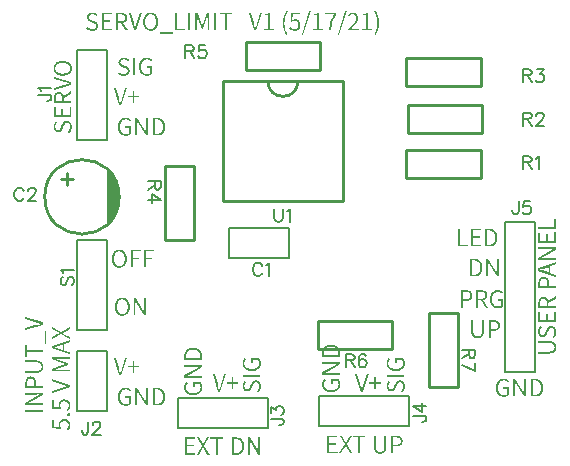
<source format=gto>
G04 Layer: TopSilkLayer*
G04 EasyEDA v6.4.19.5, 2021-05-18T22:58:39--5:00*
G04 66efe2adf43246afbf7e92f2808a4bb2,00a5ad12733442db97615573759eb5db,10*
G04 Gerber Generator version 0.2*
G04 Scale: 100 percent, Rotated: No, Reflected: No *
G04 Dimensions in millimeters *
G04 leading zeros omitted , absolute positions ,4 integer and 5 decimal *
%FSLAX45Y45*%
%MOMM*%

%ADD10C,0.2540*%
%ADD20C,0.2032*%
%ADD21C,0.2030*%
%ADD22C,0.2007*%
%ADD23C,0.1524*%

%LPD*%
G36*
X1197102Y3008884D02*
G01*
X1191260Y3008680D01*
X1185621Y3008020D01*
X1180185Y3006953D01*
X1174953Y3005480D01*
X1169924Y3003550D01*
X1165148Y3001264D01*
X1160576Y2998622D01*
X1156309Y2995523D01*
X1152296Y2992120D01*
X1148537Y2988310D01*
X1145133Y2984144D01*
X1141984Y2979623D01*
X1139190Y2974797D01*
X1136700Y2969615D01*
X1134567Y2964078D01*
X1132789Y2958287D01*
X1131366Y2952140D01*
X1130350Y2945688D01*
X1129741Y2938932D01*
X1129538Y2931922D01*
X1129741Y2924810D01*
X1130350Y2918053D01*
X1131316Y2911551D01*
X1132687Y2905404D01*
X1134414Y2899562D01*
X1136497Y2894025D01*
X1138936Y2888843D01*
X1141679Y2883966D01*
X1144727Y2879496D01*
X1148130Y2875330D01*
X1151788Y2871571D01*
X1155700Y2868168D01*
X1159916Y2865120D01*
X1164386Y2862478D01*
X1169060Y2860192D01*
X1174038Y2858312D01*
X1179169Y2856890D01*
X1184554Y2855823D01*
X1190091Y2855163D01*
X1195832Y2854960D01*
X1203096Y2855264D01*
X1209954Y2856230D01*
X1216456Y2857754D01*
X1222451Y2859735D01*
X1227988Y2862224D01*
X1233017Y2865120D01*
X1237437Y2868422D01*
X1241298Y2871978D01*
X1241298Y2933700D01*
X1193292Y2933700D01*
X1193292Y2919730D01*
X1225804Y2919730D01*
X1225804Y2879090D01*
X1220368Y2875178D01*
X1213459Y2872181D01*
X1205636Y2870352D01*
X1197356Y2869692D01*
X1191463Y2869996D01*
X1185926Y2870809D01*
X1180693Y2872181D01*
X1175867Y2874060D01*
X1171346Y2876448D01*
X1167180Y2879344D01*
X1163421Y2882696D01*
X1159967Y2886557D01*
X1156970Y2890824D01*
X1154277Y2895549D01*
X1152042Y2900680D01*
X1150162Y2906217D01*
X1148689Y2912160D01*
X1147673Y2918460D01*
X1147013Y2925165D01*
X1146810Y2932176D01*
X1147064Y2939186D01*
X1147724Y2945841D01*
X1148842Y2952140D01*
X1150366Y2958033D01*
X1152347Y2963570D01*
X1154684Y2968650D01*
X1157427Y2973324D01*
X1160576Y2977540D01*
X1164031Y2981350D01*
X1167841Y2984652D01*
X1172006Y2987497D01*
X1176477Y2989884D01*
X1181303Y2991713D01*
X1186383Y2993085D01*
X1191717Y2993898D01*
X1197356Y2994152D01*
X1207973Y2993034D01*
X1216761Y2989986D01*
X1224076Y2985465D01*
X1230122Y2979928D01*
X1239520Y2990850D01*
X1236065Y2994101D01*
X1232154Y2997301D01*
X1227734Y3000349D01*
X1222806Y3003092D01*
X1217269Y3005429D01*
X1211173Y3007258D01*
X1204468Y3008477D01*
G37*
G36*
X1423162Y3006344D02*
G01*
X1423162Y2992374D01*
X1458468Y2992374D01*
X1465021Y2992120D01*
X1471117Y2991358D01*
X1476806Y2990088D01*
X1482039Y2988360D01*
X1486865Y2986125D01*
X1491284Y2983433D01*
X1495247Y2980283D01*
X1498803Y2976676D01*
X1501902Y2972612D01*
X1504594Y2968142D01*
X1506880Y2963214D01*
X1508760Y2957880D01*
X1510182Y2952089D01*
X1511249Y2945942D01*
X1511858Y2939389D01*
X1512062Y2932430D01*
X1511858Y2925521D01*
X1511249Y2918917D01*
X1510182Y2912719D01*
X1508760Y2906877D01*
X1506880Y2901442D01*
X1504594Y2896412D01*
X1501902Y2891790D01*
X1498803Y2887624D01*
X1495247Y2883865D01*
X1491284Y2880614D01*
X1486865Y2877769D01*
X1482039Y2875483D01*
X1476806Y2873603D01*
X1471117Y2872282D01*
X1465021Y2871470D01*
X1458468Y2871216D01*
X1440180Y2871216D01*
X1440180Y2992374D01*
X1423162Y2992374D01*
X1423162Y2857500D01*
X1460500Y2857500D01*
X1467104Y2857703D01*
X1473352Y2858312D01*
X1479296Y2859379D01*
X1484934Y2860802D01*
X1490218Y2862630D01*
X1495196Y2864866D01*
X1499819Y2867456D01*
X1504137Y2870403D01*
X1508150Y2873756D01*
X1511757Y2877464D01*
X1515059Y2881477D01*
X1518056Y2885846D01*
X1520698Y2890570D01*
X1522984Y2895650D01*
X1524914Y2900984D01*
X1526489Y2906674D01*
X1527708Y2912668D01*
X1528622Y2918968D01*
X1529130Y2925572D01*
X1529334Y2932430D01*
X1529130Y2939288D01*
X1528622Y2945841D01*
X1527708Y2952140D01*
X1526489Y2958084D01*
X1524863Y2963672D01*
X1522933Y2969006D01*
X1520647Y2973984D01*
X1518005Y2978658D01*
X1515008Y2982925D01*
X1511706Y2986938D01*
X1507998Y2990545D01*
X1503984Y2993796D01*
X1499616Y2996692D01*
X1494942Y2999232D01*
X1489913Y3001365D01*
X1484528Y3003143D01*
X1478838Y3004515D01*
X1472793Y3005531D01*
X1466443Y3006140D01*
X1459738Y3006344D01*
G37*
G36*
X1277366Y3006344D02*
G01*
X1277366Y2857500D01*
X1293114Y2857500D01*
X1293063Y2944825D01*
X1292402Y2961944D01*
X1291082Y2984246D01*
X1292098Y2984246D01*
X1308354Y2953766D01*
X1364234Y2857500D01*
X1381760Y2857500D01*
X1381760Y3006344D01*
X1365758Y3006344D01*
X1365808Y2920085D01*
X1366875Y2896616D01*
X1368044Y2879344D01*
X1367028Y2879344D01*
X1350772Y2909824D01*
X1294638Y3006344D01*
G37*
G36*
X1092708Y3260344D02*
G01*
X1140460Y3111500D01*
X1159764Y3111500D01*
X1207262Y3260344D01*
X1190244Y3260344D01*
X1152702Y3135426D01*
X1150620Y3129026D01*
X1149858Y3129026D01*
X1142441Y3153511D01*
X1135380Y3178048D01*
X1110234Y3260344D01*
G37*
G36*
X1256284Y3236976D02*
G01*
X1256284Y3192526D01*
X1215136Y3192526D01*
X1215136Y3180080D01*
X1256284Y3180080D01*
X1256284Y3135376D01*
X1270000Y3135376D01*
X1270000Y3180080D01*
X1311148Y3180080D01*
X1311148Y3192526D01*
X1270000Y3192526D01*
X1270000Y3236976D01*
G37*
G36*
X1375664Y3516884D02*
G01*
X1369872Y3516680D01*
X1364284Y3516020D01*
X1358849Y3514953D01*
X1353616Y3513480D01*
X1348587Y3511550D01*
X1343812Y3509264D01*
X1339291Y3506622D01*
X1334973Y3503523D01*
X1330960Y3500120D01*
X1327200Y3496310D01*
X1323746Y3492144D01*
X1320596Y3487623D01*
X1317802Y3482797D01*
X1315313Y3477615D01*
X1313180Y3472078D01*
X1311351Y3466287D01*
X1309979Y3460140D01*
X1308912Y3453688D01*
X1308303Y3446932D01*
X1308100Y3439922D01*
X1308303Y3432810D01*
X1308912Y3426053D01*
X1309878Y3419551D01*
X1311249Y3413404D01*
X1312976Y3407562D01*
X1315059Y3402025D01*
X1317498Y3396843D01*
X1320241Y3391966D01*
X1323289Y3387496D01*
X1326692Y3383330D01*
X1330350Y3379571D01*
X1334262Y3376168D01*
X1338478Y3373120D01*
X1342948Y3370478D01*
X1347622Y3368192D01*
X1352600Y3366312D01*
X1357731Y3364890D01*
X1363116Y3363823D01*
X1368653Y3363163D01*
X1374394Y3362960D01*
X1381709Y3363264D01*
X1388618Y3364229D01*
X1395120Y3365754D01*
X1401114Y3367735D01*
X1406652Y3370224D01*
X1411630Y3373120D01*
X1416050Y3376422D01*
X1419860Y3379978D01*
X1419860Y3441700D01*
X1372108Y3441700D01*
X1372108Y3427729D01*
X1404366Y3427729D01*
X1404366Y3387090D01*
X1398981Y3383178D01*
X1392174Y3380181D01*
X1384452Y3378352D01*
X1376172Y3377692D01*
X1370228Y3377996D01*
X1364640Y3378809D01*
X1359408Y3380181D01*
X1354531Y3382060D01*
X1349959Y3384448D01*
X1345793Y3387344D01*
X1341983Y3390696D01*
X1338580Y3394557D01*
X1335532Y3398824D01*
X1332890Y3403549D01*
X1330604Y3408679D01*
X1328724Y3414217D01*
X1327251Y3420160D01*
X1326235Y3426460D01*
X1325575Y3433165D01*
X1325372Y3440176D01*
X1325626Y3447186D01*
X1326286Y3453841D01*
X1327404Y3460140D01*
X1328928Y3466033D01*
X1330909Y3471570D01*
X1333296Y3476650D01*
X1336040Y3481324D01*
X1339138Y3485540D01*
X1342644Y3489350D01*
X1346504Y3492652D01*
X1350670Y3495497D01*
X1355140Y3497884D01*
X1359966Y3499713D01*
X1365097Y3501085D01*
X1370482Y3501898D01*
X1376172Y3502151D01*
X1386636Y3501034D01*
X1395374Y3497986D01*
X1402638Y3493465D01*
X1408684Y3487928D01*
X1418082Y3498850D01*
X1414678Y3502101D01*
X1410817Y3505301D01*
X1406398Y3508349D01*
X1401419Y3511092D01*
X1395933Y3513429D01*
X1389786Y3515258D01*
X1383030Y3516477D01*
G37*
G36*
X1180592Y3516884D02*
G01*
X1174140Y3516528D01*
X1167993Y3515563D01*
X1162253Y3513988D01*
X1156919Y3511854D01*
X1152042Y3509111D01*
X1147673Y3505911D01*
X1143863Y3502253D01*
X1140663Y3498138D01*
X1138072Y3493617D01*
X1136192Y3488740D01*
X1135024Y3483559D01*
X1134618Y3478022D01*
X1135329Y3470452D01*
X1137412Y3463848D01*
X1140561Y3458159D01*
X1144574Y3453282D01*
X1149248Y3449116D01*
X1154328Y3445611D01*
X1159611Y3442665D01*
X1164844Y3440176D01*
X1191615Y3428441D01*
X1196390Y3426053D01*
X1200708Y3423513D01*
X1204468Y3420668D01*
X1207566Y3417366D01*
X1209852Y3413506D01*
X1211326Y3408883D01*
X1211834Y3403346D01*
X1211275Y3397859D01*
X1209548Y3392932D01*
X1206804Y3388512D01*
X1203045Y3384804D01*
X1198372Y3381806D01*
X1192784Y3379571D01*
X1186332Y3378149D01*
X1179068Y3377692D01*
X1173226Y3378047D01*
X1167434Y3379012D01*
X1161846Y3380638D01*
X1156411Y3382822D01*
X1151229Y3385515D01*
X1146302Y3388715D01*
X1141679Y3392424D01*
X1137412Y3396487D01*
X1127252Y3385058D01*
X1132332Y3380181D01*
X1137818Y3375812D01*
X1143711Y3372053D01*
X1150010Y3368852D01*
X1156716Y3366312D01*
X1163777Y3364484D01*
X1171244Y3363366D01*
X1179068Y3362960D01*
X1186434Y3363315D01*
X1193342Y3364433D01*
X1199692Y3366160D01*
X1205534Y3368548D01*
X1210767Y3371545D01*
X1215390Y3375050D01*
X1219403Y3379012D01*
X1222705Y3383432D01*
X1225346Y3388258D01*
X1227277Y3393440D01*
X1228445Y3398875D01*
X1228852Y3404615D01*
X1228242Y3412337D01*
X1226464Y3419094D01*
X1223619Y3424936D01*
X1219860Y3429965D01*
X1215339Y3434283D01*
X1210106Y3438042D01*
X1204315Y3441344D01*
X1198118Y3444240D01*
X1172159Y3455314D01*
X1163624Y3459784D01*
X1159814Y3462528D01*
X1156512Y3465728D01*
X1153922Y3469538D01*
X1152245Y3474008D01*
X1151636Y3479292D01*
X1152194Y3484270D01*
X1153718Y3488740D01*
X1156258Y3492652D01*
X1159662Y3495954D01*
X1163828Y3498596D01*
X1168806Y3500526D01*
X1174394Y3501745D01*
X1180592Y3502151D01*
X1185773Y3501898D01*
X1190650Y3501136D01*
X1195273Y3499916D01*
X1199642Y3498291D01*
X1203756Y3496208D01*
X1207668Y3493770D01*
X1211376Y3491026D01*
X1214882Y3487928D01*
X1223772Y3498596D01*
X1219708Y3502456D01*
X1215237Y3505962D01*
X1210310Y3509060D01*
X1205026Y3511753D01*
X1199388Y3513886D01*
X1193393Y3515512D01*
X1187145Y3516528D01*
G37*
G36*
X1258570Y3514344D02*
G01*
X1258570Y3365500D01*
X1275588Y3365500D01*
X1275588Y3514344D01*
G37*
G36*
X1197102Y722884D02*
G01*
X1191260Y722680D01*
X1185621Y722020D01*
X1180185Y720953D01*
X1174953Y719480D01*
X1169924Y717550D01*
X1165148Y715264D01*
X1160576Y712622D01*
X1156309Y709523D01*
X1152296Y706120D01*
X1148537Y702310D01*
X1145133Y698144D01*
X1141984Y693623D01*
X1139190Y688797D01*
X1136700Y683615D01*
X1134567Y678078D01*
X1132789Y672287D01*
X1131366Y666140D01*
X1130350Y659688D01*
X1129741Y652932D01*
X1129538Y645922D01*
X1129741Y638810D01*
X1130350Y632053D01*
X1131316Y625551D01*
X1132687Y619404D01*
X1134414Y613562D01*
X1136497Y608025D01*
X1138936Y602843D01*
X1141679Y597966D01*
X1144727Y593496D01*
X1148130Y589330D01*
X1151788Y585571D01*
X1155700Y582168D01*
X1159916Y579120D01*
X1164386Y576478D01*
X1169060Y574192D01*
X1174038Y572312D01*
X1179169Y570890D01*
X1184554Y569823D01*
X1190091Y569163D01*
X1195832Y568960D01*
X1203096Y569264D01*
X1209954Y570230D01*
X1216456Y571754D01*
X1222451Y573735D01*
X1227988Y576224D01*
X1233017Y579120D01*
X1237437Y582422D01*
X1241298Y585978D01*
X1241298Y647700D01*
X1193292Y647700D01*
X1193292Y633730D01*
X1225804Y633730D01*
X1225804Y593090D01*
X1220368Y589178D01*
X1213459Y586181D01*
X1205636Y584352D01*
X1197356Y583692D01*
X1191463Y583996D01*
X1185926Y584809D01*
X1180693Y586181D01*
X1175867Y588060D01*
X1171346Y590448D01*
X1167180Y593344D01*
X1163421Y596696D01*
X1159967Y600557D01*
X1156970Y604824D01*
X1154277Y609549D01*
X1152042Y614680D01*
X1150162Y620217D01*
X1148689Y626160D01*
X1147673Y632460D01*
X1147013Y639165D01*
X1146810Y646176D01*
X1147064Y653186D01*
X1147724Y659841D01*
X1148842Y666140D01*
X1150366Y672033D01*
X1152347Y677570D01*
X1154684Y682650D01*
X1157427Y687324D01*
X1160576Y691540D01*
X1164031Y695350D01*
X1167841Y698652D01*
X1172006Y701497D01*
X1176477Y703884D01*
X1181303Y705713D01*
X1186383Y707085D01*
X1191717Y707898D01*
X1197356Y708152D01*
X1207973Y707034D01*
X1216761Y703986D01*
X1224076Y699465D01*
X1230122Y693928D01*
X1239520Y704850D01*
X1236065Y708101D01*
X1232154Y711301D01*
X1227734Y714349D01*
X1222806Y717092D01*
X1217269Y719429D01*
X1211173Y721258D01*
X1204468Y722477D01*
G37*
G36*
X1423162Y720344D02*
G01*
X1423162Y706374D01*
X1458468Y706374D01*
X1465021Y706120D01*
X1471117Y705358D01*
X1476806Y704088D01*
X1482039Y702360D01*
X1486865Y700125D01*
X1491284Y697433D01*
X1495247Y694283D01*
X1498803Y690676D01*
X1501902Y686612D01*
X1504594Y682142D01*
X1506880Y677214D01*
X1508760Y671880D01*
X1510182Y666089D01*
X1511249Y659942D01*
X1511858Y653389D01*
X1512062Y646430D01*
X1511858Y639521D01*
X1511249Y632917D01*
X1510182Y626719D01*
X1508760Y620877D01*
X1506880Y615442D01*
X1504594Y610412D01*
X1501902Y605790D01*
X1498803Y601624D01*
X1495247Y597865D01*
X1491284Y594614D01*
X1486865Y591769D01*
X1482039Y589483D01*
X1476806Y587603D01*
X1471117Y586282D01*
X1465021Y585470D01*
X1458468Y585216D01*
X1440180Y585216D01*
X1440180Y706374D01*
X1423162Y706374D01*
X1423162Y571500D01*
X1460500Y571500D01*
X1467104Y571703D01*
X1473352Y572312D01*
X1479296Y573379D01*
X1484934Y574802D01*
X1490218Y576630D01*
X1495196Y578866D01*
X1499819Y581456D01*
X1504137Y584403D01*
X1508150Y587756D01*
X1511757Y591464D01*
X1515059Y595477D01*
X1518056Y599846D01*
X1520698Y604570D01*
X1522984Y609650D01*
X1524914Y614984D01*
X1526489Y620674D01*
X1527708Y626668D01*
X1528622Y632968D01*
X1529130Y639572D01*
X1529334Y646430D01*
X1529130Y653288D01*
X1528622Y659841D01*
X1527708Y666140D01*
X1526489Y672084D01*
X1524863Y677672D01*
X1522933Y683006D01*
X1520647Y687984D01*
X1518005Y692658D01*
X1515008Y696925D01*
X1511706Y700938D01*
X1507998Y704545D01*
X1503984Y707796D01*
X1499616Y710692D01*
X1494942Y713232D01*
X1489913Y715365D01*
X1484528Y717143D01*
X1478838Y718515D01*
X1472793Y719531D01*
X1466443Y720140D01*
X1459738Y720344D01*
G37*
G36*
X1277366Y720344D02*
G01*
X1277366Y571500D01*
X1293114Y571500D01*
X1293063Y658825D01*
X1292402Y675944D01*
X1291082Y698246D01*
X1292098Y698246D01*
X1308354Y667766D01*
X1364234Y571500D01*
X1381760Y571500D01*
X1381760Y720344D01*
X1365758Y720344D01*
X1365808Y634085D01*
X1366875Y610616D01*
X1368044Y593344D01*
X1367028Y593344D01*
X1350772Y623824D01*
X1294638Y720344D01*
G37*
G36*
X1092708Y974344D02*
G01*
X1140460Y825500D01*
X1159764Y825500D01*
X1207262Y974344D01*
X1190244Y974344D01*
X1152702Y849426D01*
X1150620Y843026D01*
X1149858Y843026D01*
X1142441Y867511D01*
X1135380Y892048D01*
X1110234Y974344D01*
G37*
G36*
X1256284Y950976D02*
G01*
X1256284Y906526D01*
X1215136Y906526D01*
X1215136Y894080D01*
X1256284Y894080D01*
X1256284Y849376D01*
X1270000Y849376D01*
X1270000Y894080D01*
X1311148Y894080D01*
X1311148Y906526D01*
X1270000Y906526D01*
X1270000Y950976D01*
G37*
G36*
X1930907Y834644D02*
G01*
X1978660Y685800D01*
X1997964Y685800D01*
X2045462Y834644D01*
X2028443Y834644D01*
X1990902Y709726D01*
X1988820Y703326D01*
X1988057Y703326D01*
X1980641Y727811D01*
X1973580Y752348D01*
X1948434Y834644D01*
G37*
G36*
X2094484Y811276D02*
G01*
X2094484Y766826D01*
X2053336Y766826D01*
X2053336Y754380D01*
X2094484Y754380D01*
X2094484Y709676D01*
X2108200Y709676D01*
X2108200Y754380D01*
X2149348Y754380D01*
X2149348Y766826D01*
X2108200Y766826D01*
X2108200Y811276D01*
G37*
G36*
X3137408Y834644D02*
G01*
X3185160Y685800D01*
X3204464Y685800D01*
X3251962Y834644D01*
X3234944Y834644D01*
X3197402Y709726D01*
X3195320Y703326D01*
X3194558Y703326D01*
X3187141Y727811D01*
X3180080Y752348D01*
X3154934Y834644D01*
G37*
G36*
X3300984Y811276D02*
G01*
X3300984Y766826D01*
X3259836Y766826D01*
X3259836Y754380D01*
X3300984Y754380D01*
X3300984Y709676D01*
X3314700Y709676D01*
X3314700Y754380D01*
X3355848Y754380D01*
X3355848Y766826D01*
X3314700Y766826D01*
X3314700Y811276D01*
G37*
G36*
X1766570Y1059434D02*
G01*
X1759712Y1059230D01*
X1753158Y1058722D01*
X1746859Y1057808D01*
X1740916Y1056589D01*
X1735328Y1054963D01*
X1729993Y1053033D01*
X1725015Y1050747D01*
X1720342Y1048105D01*
X1716074Y1045108D01*
X1712061Y1041806D01*
X1708454Y1038098D01*
X1705203Y1034084D01*
X1702307Y1029716D01*
X1699768Y1025042D01*
X1697634Y1020013D01*
X1695856Y1014628D01*
X1694484Y1008938D01*
X1693468Y1002893D01*
X1692859Y996543D01*
X1692656Y989837D01*
X1692656Y970280D01*
X1706625Y970280D01*
X1706625Y988568D01*
X1706880Y995121D01*
X1707642Y1001217D01*
X1708912Y1006906D01*
X1710639Y1012139D01*
X1712874Y1016965D01*
X1715566Y1021384D01*
X1718716Y1025347D01*
X1722323Y1028903D01*
X1726387Y1032002D01*
X1730857Y1034694D01*
X1735785Y1036980D01*
X1741119Y1038860D01*
X1746910Y1040282D01*
X1753057Y1041349D01*
X1759610Y1041958D01*
X1766570Y1042162D01*
X1773478Y1041958D01*
X1780082Y1041349D01*
X1786280Y1040282D01*
X1792122Y1038860D01*
X1797557Y1036980D01*
X1802587Y1034694D01*
X1807210Y1032002D01*
X1811375Y1028903D01*
X1815134Y1025347D01*
X1818386Y1021384D01*
X1821230Y1016965D01*
X1823516Y1012139D01*
X1825396Y1006906D01*
X1826717Y1001217D01*
X1827530Y995121D01*
X1827784Y988568D01*
X1827784Y970280D01*
X1692656Y970280D01*
X1692656Y953262D01*
X1841500Y953262D01*
X1841500Y990600D01*
X1841296Y997203D01*
X1840687Y1003452D01*
X1839620Y1009396D01*
X1838198Y1015034D01*
X1836369Y1020318D01*
X1834134Y1025296D01*
X1831543Y1029919D01*
X1828596Y1034237D01*
X1825243Y1038250D01*
X1821535Y1041857D01*
X1817522Y1045159D01*
X1813153Y1048156D01*
X1808429Y1050798D01*
X1803349Y1053084D01*
X1798015Y1055014D01*
X1792325Y1056589D01*
X1786331Y1057808D01*
X1780032Y1058722D01*
X1773428Y1059230D01*
G37*
G36*
X1692656Y911860D02*
G01*
X1692656Y895858D01*
X1778914Y895908D01*
X1802384Y896975D01*
X1819656Y898144D01*
X1819656Y897128D01*
X1789175Y880871D01*
X1692656Y824737D01*
X1692656Y807466D01*
X1841500Y807466D01*
X1841500Y823214D01*
X1754174Y823163D01*
X1737055Y822502D01*
X1714754Y821182D01*
X1714754Y822198D01*
X1745234Y838453D01*
X1841500Y894334D01*
X1841500Y911860D01*
G37*
G36*
X1765300Y771398D02*
G01*
X1765300Y723392D01*
X1779270Y723392D01*
X1779270Y755904D01*
X1819910Y755904D01*
X1823821Y750468D01*
X1826818Y743559D01*
X1828647Y735736D01*
X1829307Y727456D01*
X1829003Y721563D01*
X1828190Y716026D01*
X1826818Y710793D01*
X1824939Y705967D01*
X1822551Y701446D01*
X1819656Y697280D01*
X1816303Y693521D01*
X1812442Y690067D01*
X1808175Y687070D01*
X1803450Y684377D01*
X1798320Y682142D01*
X1792782Y680262D01*
X1786839Y678789D01*
X1780539Y677773D01*
X1773834Y677113D01*
X1766824Y676910D01*
X1759813Y677164D01*
X1753158Y677824D01*
X1746859Y678942D01*
X1740966Y680466D01*
X1735429Y682447D01*
X1730349Y684784D01*
X1725675Y687527D01*
X1721459Y690676D01*
X1717649Y694131D01*
X1714347Y697941D01*
X1711502Y702106D01*
X1709115Y706577D01*
X1707286Y711403D01*
X1705914Y716483D01*
X1705102Y721817D01*
X1704848Y727456D01*
X1705965Y738073D01*
X1709013Y746861D01*
X1713534Y754176D01*
X1719072Y760222D01*
X1708150Y769620D01*
X1704898Y766165D01*
X1701698Y762254D01*
X1698650Y757834D01*
X1695907Y752906D01*
X1693570Y747369D01*
X1691741Y741273D01*
X1690522Y734568D01*
X1690116Y727202D01*
X1690319Y721360D01*
X1690979Y715721D01*
X1692046Y710285D01*
X1693519Y705053D01*
X1695450Y700024D01*
X1697736Y695248D01*
X1700377Y690676D01*
X1703476Y686409D01*
X1706880Y682396D01*
X1710689Y678637D01*
X1714855Y675233D01*
X1719376Y672084D01*
X1724202Y669290D01*
X1729384Y666800D01*
X1734921Y664667D01*
X1740712Y662889D01*
X1746859Y661466D01*
X1753311Y660450D01*
X1760067Y659841D01*
X1767078Y659638D01*
X1774189Y659841D01*
X1780946Y660450D01*
X1787448Y661416D01*
X1793595Y662787D01*
X1799437Y664514D01*
X1804974Y666597D01*
X1810156Y669036D01*
X1815033Y671779D01*
X1819503Y674827D01*
X1823669Y678230D01*
X1827428Y681888D01*
X1830832Y685800D01*
X1833880Y690016D01*
X1836521Y694486D01*
X1838807Y699160D01*
X1840687Y704138D01*
X1842109Y709269D01*
X1843176Y714654D01*
X1843836Y720191D01*
X1844039Y725932D01*
X1843735Y733196D01*
X1842770Y740054D01*
X1841246Y746556D01*
X1839264Y752551D01*
X1836775Y758088D01*
X1833880Y763117D01*
X1830578Y767537D01*
X1827022Y771398D01*
G37*
G36*
X2934970Y1084834D02*
G01*
X2928112Y1084630D01*
X2921558Y1084122D01*
X2915259Y1083208D01*
X2909316Y1081989D01*
X2903728Y1080363D01*
X2898394Y1078433D01*
X2893415Y1076147D01*
X2888742Y1073505D01*
X2884474Y1070508D01*
X2880512Y1067206D01*
X2876854Y1063498D01*
X2873603Y1059484D01*
X2870708Y1055116D01*
X2868168Y1050442D01*
X2866034Y1045413D01*
X2864256Y1040028D01*
X2862884Y1034338D01*
X2861868Y1028293D01*
X2861259Y1021943D01*
X2861056Y1015237D01*
X2861056Y995680D01*
X2875026Y995680D01*
X2875026Y1013968D01*
X2875280Y1020521D01*
X2876042Y1026617D01*
X2877312Y1032306D01*
X2879039Y1037539D01*
X2881274Y1042365D01*
X2883966Y1046784D01*
X2887116Y1050747D01*
X2890723Y1054303D01*
X2894787Y1057402D01*
X2899257Y1060094D01*
X2904185Y1062380D01*
X2909519Y1064260D01*
X2915310Y1065682D01*
X2921457Y1066749D01*
X2928010Y1067358D01*
X2934970Y1067562D01*
X2941878Y1067358D01*
X2948482Y1066749D01*
X2954680Y1065682D01*
X2960522Y1064260D01*
X2965958Y1062380D01*
X2970987Y1060094D01*
X2975610Y1057402D01*
X2979775Y1054303D01*
X2983534Y1050747D01*
X2986786Y1046784D01*
X2989630Y1042365D01*
X2991916Y1037539D01*
X2993796Y1032306D01*
X2995117Y1026617D01*
X2995930Y1020521D01*
X2996184Y1013968D01*
X2996184Y995680D01*
X2861056Y995680D01*
X2861056Y978662D01*
X3009900Y978662D01*
X3009900Y1016000D01*
X3009696Y1022603D01*
X3009087Y1028852D01*
X3008020Y1034796D01*
X3006598Y1040434D01*
X3004769Y1045718D01*
X3002534Y1050696D01*
X2999943Y1055319D01*
X2996996Y1059637D01*
X2993644Y1063650D01*
X2989986Y1067257D01*
X2985922Y1070559D01*
X2981553Y1073556D01*
X2976829Y1076198D01*
X2971749Y1078484D01*
X2966415Y1080414D01*
X2960725Y1081989D01*
X2954731Y1083208D01*
X2948432Y1084122D01*
X2941828Y1084630D01*
G37*
G36*
X2861056Y937260D02*
G01*
X2861056Y921258D01*
X2947314Y921308D01*
X2970784Y922375D01*
X2988056Y923544D01*
X2988056Y922528D01*
X2957576Y906271D01*
X2861056Y850137D01*
X2861056Y832866D01*
X3009900Y832866D01*
X3009900Y848614D01*
X2922574Y848563D01*
X2905455Y847902D01*
X2883154Y846582D01*
X2883154Y847598D01*
X2913634Y863853D01*
X3009900Y919734D01*
X3009900Y937260D01*
G37*
G36*
X2933700Y796798D02*
G01*
X2933700Y748792D01*
X2947670Y748792D01*
X2947670Y781304D01*
X2988310Y781304D01*
X2992221Y775868D01*
X2995218Y768959D01*
X2997047Y761136D01*
X2997708Y752856D01*
X2997403Y746963D01*
X2996590Y741426D01*
X2995218Y736193D01*
X2993339Y731367D01*
X2990951Y726846D01*
X2988056Y722680D01*
X2984703Y718921D01*
X2980842Y715467D01*
X2976575Y712470D01*
X2971850Y709777D01*
X2966720Y707542D01*
X2961182Y705662D01*
X2955239Y704189D01*
X2948940Y703173D01*
X2942234Y702513D01*
X2935224Y702310D01*
X2928213Y702564D01*
X2921558Y703224D01*
X2915259Y704342D01*
X2909366Y705866D01*
X2903829Y707847D01*
X2898749Y710184D01*
X2894076Y712927D01*
X2889859Y716076D01*
X2886049Y719531D01*
X2882747Y723341D01*
X2879902Y727506D01*
X2877515Y731977D01*
X2875686Y736803D01*
X2874314Y741883D01*
X2873502Y747217D01*
X2873248Y752856D01*
X2874365Y763473D01*
X2877413Y772261D01*
X2881934Y779576D01*
X2887472Y785622D01*
X2876550Y795020D01*
X2873298Y791565D01*
X2870098Y787654D01*
X2867050Y783234D01*
X2864307Y778306D01*
X2861970Y772769D01*
X2860141Y766673D01*
X2858922Y759968D01*
X2858516Y752602D01*
X2858719Y746760D01*
X2859379Y741121D01*
X2860446Y735685D01*
X2861919Y730453D01*
X2863850Y725424D01*
X2866136Y720648D01*
X2868777Y716076D01*
X2871876Y711809D01*
X2875280Y707796D01*
X2879090Y704037D01*
X2883255Y700633D01*
X2887776Y697484D01*
X2892602Y694690D01*
X2897784Y692200D01*
X2903321Y690067D01*
X2909112Y688289D01*
X2915259Y686866D01*
X2921711Y685850D01*
X2928467Y685241D01*
X2935478Y685038D01*
X2942590Y685241D01*
X2949346Y685850D01*
X2955848Y686816D01*
X2961995Y688187D01*
X2967837Y689914D01*
X2973374Y691997D01*
X2978556Y694436D01*
X2983433Y697179D01*
X2987903Y700227D01*
X2992069Y703630D01*
X2995828Y707288D01*
X2999232Y711200D01*
X3002280Y715416D01*
X3004921Y719886D01*
X3007207Y724560D01*
X3009087Y729538D01*
X3010509Y734669D01*
X3011576Y740054D01*
X3012236Y745591D01*
X3012440Y751332D01*
X3012135Y758596D01*
X3011170Y765454D01*
X3009646Y771956D01*
X3007664Y777951D01*
X3005175Y783488D01*
X3002280Y788517D01*
X2998978Y792937D01*
X2995422Y796798D01*
G37*
G36*
X3479800Y975360D02*
G01*
X3479800Y927608D01*
X3493770Y927608D01*
X3493770Y959866D01*
X3534410Y959866D01*
X3538321Y954481D01*
X3541318Y947674D01*
X3543147Y939952D01*
X3543808Y931671D01*
X3543503Y925728D01*
X3542690Y920140D01*
X3541318Y914908D01*
X3539439Y910031D01*
X3537051Y905459D01*
X3534156Y901293D01*
X3530803Y897483D01*
X3526942Y894080D01*
X3522675Y891032D01*
X3517950Y888390D01*
X3512820Y886104D01*
X3507282Y884224D01*
X3501339Y882751D01*
X3495040Y881735D01*
X3488334Y881075D01*
X3481324Y880871D01*
X3474313Y881126D01*
X3467658Y881786D01*
X3461359Y882903D01*
X3455466Y884428D01*
X3449929Y886409D01*
X3444849Y888796D01*
X3440176Y891540D01*
X3435959Y894638D01*
X3432149Y898144D01*
X3428847Y902004D01*
X3426002Y906170D01*
X3423615Y910640D01*
X3421786Y915466D01*
X3420414Y920597D01*
X3419601Y925982D01*
X3419348Y931671D01*
X3420465Y942136D01*
X3423513Y950874D01*
X3428034Y958138D01*
X3433572Y964184D01*
X3422650Y973582D01*
X3419398Y970178D01*
X3416198Y966317D01*
X3413150Y961898D01*
X3410407Y956919D01*
X3408070Y951433D01*
X3406241Y945286D01*
X3405022Y938530D01*
X3404615Y931164D01*
X3404819Y925372D01*
X3405479Y919784D01*
X3406546Y914349D01*
X3408019Y909116D01*
X3409950Y904087D01*
X3412236Y899312D01*
X3414877Y894791D01*
X3417976Y890473D01*
X3421379Y886460D01*
X3425190Y882700D01*
X3429355Y879246D01*
X3433876Y876096D01*
X3438702Y873302D01*
X3443884Y870813D01*
X3449421Y868680D01*
X3455212Y866851D01*
X3461359Y865479D01*
X3467811Y864412D01*
X3474567Y863803D01*
X3481578Y863600D01*
X3488690Y863803D01*
X3495446Y864412D01*
X3501948Y865378D01*
X3508095Y866749D01*
X3513937Y868476D01*
X3519474Y870559D01*
X3524656Y872998D01*
X3529533Y875741D01*
X3534003Y878789D01*
X3538169Y882192D01*
X3541928Y885850D01*
X3545332Y889762D01*
X3548379Y893978D01*
X3551021Y898448D01*
X3553307Y903122D01*
X3555187Y908100D01*
X3556609Y913231D01*
X3557676Y918616D01*
X3558336Y924153D01*
X3558540Y929894D01*
X3558235Y937209D01*
X3557270Y944118D01*
X3555746Y950620D01*
X3553764Y956614D01*
X3551275Y962152D01*
X3548379Y967130D01*
X3545078Y971550D01*
X3541522Y975360D01*
G37*
G36*
X3407156Y831087D02*
G01*
X3407156Y814069D01*
X3556000Y814069D01*
X3556000Y831087D01*
G37*
G36*
X3516884Y784352D02*
G01*
X3509162Y783742D01*
X3502406Y781964D01*
X3496564Y779119D01*
X3491534Y775360D01*
X3487216Y770839D01*
X3483457Y765606D01*
X3480155Y759815D01*
X3477260Y753618D01*
X3466185Y727659D01*
X3461715Y719124D01*
X3458972Y715314D01*
X3455771Y712012D01*
X3451961Y709422D01*
X3447491Y707745D01*
X3442208Y707136D01*
X3437229Y707694D01*
X3432759Y709218D01*
X3428847Y711758D01*
X3425545Y715162D01*
X3422904Y719328D01*
X3420973Y724306D01*
X3419754Y729894D01*
X3419348Y736092D01*
X3419601Y741273D01*
X3420364Y746150D01*
X3421583Y750773D01*
X3423208Y755142D01*
X3425291Y759256D01*
X3427729Y763168D01*
X3430473Y766876D01*
X3433572Y770382D01*
X3422904Y779272D01*
X3419043Y775208D01*
X3415537Y770737D01*
X3412439Y765810D01*
X3409746Y760526D01*
X3407613Y754888D01*
X3405987Y748893D01*
X3404971Y742645D01*
X3404615Y736092D01*
X3404971Y729640D01*
X3405936Y723493D01*
X3407511Y717753D01*
X3409645Y712419D01*
X3412388Y707542D01*
X3415588Y703173D01*
X3419246Y699363D01*
X3423361Y696163D01*
X3427882Y693572D01*
X3432759Y691692D01*
X3437940Y690524D01*
X3443478Y690118D01*
X3451047Y690829D01*
X3457651Y692912D01*
X3463340Y696061D01*
X3468217Y700074D01*
X3472383Y704748D01*
X3475888Y709828D01*
X3478834Y715111D01*
X3481324Y720344D01*
X3493058Y747115D01*
X3495446Y751890D01*
X3497986Y756208D01*
X3500831Y759968D01*
X3504133Y763066D01*
X3507994Y765352D01*
X3512616Y766826D01*
X3518154Y767334D01*
X3523640Y766775D01*
X3528568Y765048D01*
X3532987Y762304D01*
X3536696Y758545D01*
X3539693Y753872D01*
X3541928Y748284D01*
X3543350Y741832D01*
X3543808Y734568D01*
X3543452Y728726D01*
X3542487Y722934D01*
X3540861Y717346D01*
X3538677Y711911D01*
X3535984Y706729D01*
X3532784Y701802D01*
X3529076Y697179D01*
X3525012Y692912D01*
X3536442Y682752D01*
X3541318Y687832D01*
X3545687Y693318D01*
X3549446Y699211D01*
X3552647Y705510D01*
X3555187Y712216D01*
X3557015Y719277D01*
X3558133Y726744D01*
X3558540Y734568D01*
X3558184Y741934D01*
X3557066Y748842D01*
X3555339Y755192D01*
X3552951Y761034D01*
X3549954Y766267D01*
X3546500Y770890D01*
X3542487Y774903D01*
X3538067Y778205D01*
X3533241Y780846D01*
X3528060Y782777D01*
X3522624Y783945D01*
G37*
G36*
X2260600Y975360D02*
G01*
X2260600Y927608D01*
X2274570Y927608D01*
X2274570Y959866D01*
X2315210Y959866D01*
X2319121Y954481D01*
X2322118Y947674D01*
X2323947Y939952D01*
X2324608Y931671D01*
X2324303Y925728D01*
X2323490Y920140D01*
X2322118Y914908D01*
X2320239Y910031D01*
X2317851Y905459D01*
X2314956Y901293D01*
X2311603Y897483D01*
X2307742Y894080D01*
X2303475Y891032D01*
X2298750Y888390D01*
X2293620Y886104D01*
X2288082Y884224D01*
X2282139Y882751D01*
X2275840Y881735D01*
X2269134Y881075D01*
X2262124Y880871D01*
X2255113Y881126D01*
X2248458Y881786D01*
X2242159Y882903D01*
X2236266Y884428D01*
X2230729Y886409D01*
X2225649Y888796D01*
X2220976Y891540D01*
X2216759Y894638D01*
X2212949Y898144D01*
X2209647Y902004D01*
X2206802Y906170D01*
X2204415Y910640D01*
X2202586Y915466D01*
X2201214Y920597D01*
X2200402Y925982D01*
X2200148Y931671D01*
X2201265Y942136D01*
X2204313Y950874D01*
X2208834Y958138D01*
X2214372Y964184D01*
X2203450Y973582D01*
X2200198Y970178D01*
X2196998Y966317D01*
X2193950Y961898D01*
X2191207Y956919D01*
X2188870Y951433D01*
X2187041Y945286D01*
X2185822Y938530D01*
X2185416Y931164D01*
X2185619Y925372D01*
X2186279Y919784D01*
X2187346Y914349D01*
X2188819Y909116D01*
X2190750Y904087D01*
X2193036Y899312D01*
X2195677Y894791D01*
X2198776Y890473D01*
X2202180Y886460D01*
X2205990Y882700D01*
X2210155Y879246D01*
X2214676Y876096D01*
X2219502Y873302D01*
X2224684Y870813D01*
X2230221Y868680D01*
X2236012Y866851D01*
X2242159Y865479D01*
X2248611Y864412D01*
X2255367Y863803D01*
X2262378Y863600D01*
X2269490Y863803D01*
X2276246Y864412D01*
X2282748Y865378D01*
X2288895Y866749D01*
X2294737Y868476D01*
X2300274Y870559D01*
X2305456Y872998D01*
X2310333Y875741D01*
X2314803Y878789D01*
X2318969Y882192D01*
X2322728Y885850D01*
X2326132Y889762D01*
X2329180Y893978D01*
X2331821Y898448D01*
X2334107Y903122D01*
X2335987Y908100D01*
X2337409Y913231D01*
X2338476Y918616D01*
X2339136Y924153D01*
X2339340Y929894D01*
X2339035Y937209D01*
X2338070Y944118D01*
X2336546Y950620D01*
X2334564Y956614D01*
X2332075Y962152D01*
X2329180Y967130D01*
X2325878Y971550D01*
X2322322Y975360D01*
G37*
G36*
X2187956Y831087D02*
G01*
X2187956Y814069D01*
X2336800Y814069D01*
X2336800Y831087D01*
G37*
G36*
X2297684Y784352D02*
G01*
X2289962Y783742D01*
X2283206Y781964D01*
X2277364Y779119D01*
X2272334Y775360D01*
X2268016Y770839D01*
X2264257Y765606D01*
X2260955Y759815D01*
X2258060Y753618D01*
X2246985Y727659D01*
X2242515Y719124D01*
X2239772Y715314D01*
X2236571Y712012D01*
X2232761Y709422D01*
X2228291Y707745D01*
X2223008Y707136D01*
X2218029Y707694D01*
X2213559Y709218D01*
X2209647Y711758D01*
X2206345Y715162D01*
X2203704Y719328D01*
X2201773Y724306D01*
X2200554Y729894D01*
X2200148Y736092D01*
X2200402Y741273D01*
X2201164Y746150D01*
X2202383Y750773D01*
X2204008Y755142D01*
X2206091Y759256D01*
X2208530Y763168D01*
X2211273Y766876D01*
X2214372Y770382D01*
X2203704Y779272D01*
X2199843Y775208D01*
X2196338Y770737D01*
X2193239Y765810D01*
X2190546Y760526D01*
X2188413Y754888D01*
X2186787Y748893D01*
X2185771Y742645D01*
X2185416Y736092D01*
X2185771Y729640D01*
X2186736Y723493D01*
X2188311Y717753D01*
X2190445Y712419D01*
X2193188Y707542D01*
X2196388Y703173D01*
X2200046Y699363D01*
X2204161Y696163D01*
X2208682Y693572D01*
X2213559Y691692D01*
X2218740Y690524D01*
X2224278Y690118D01*
X2231847Y690829D01*
X2238451Y692912D01*
X2244140Y696061D01*
X2249017Y700074D01*
X2253183Y704748D01*
X2256688Y709828D01*
X2259634Y715111D01*
X2262124Y720344D01*
X2273858Y747115D01*
X2276246Y751890D01*
X2278786Y756208D01*
X2281631Y759968D01*
X2284933Y763066D01*
X2288794Y765352D01*
X2293416Y766826D01*
X2298954Y767334D01*
X2304440Y766775D01*
X2309368Y765048D01*
X2313787Y762304D01*
X2317496Y758545D01*
X2320493Y753872D01*
X2322728Y748284D01*
X2324150Y741832D01*
X2324608Y734568D01*
X2324252Y728726D01*
X2323287Y722934D01*
X2321661Y717346D01*
X2319477Y711911D01*
X2316784Y706729D01*
X2313584Y701802D01*
X2309876Y697179D01*
X2305812Y692912D01*
X2317242Y682752D01*
X2322118Y687832D01*
X2326487Y693318D01*
X2330246Y699211D01*
X2333447Y705510D01*
X2335987Y712216D01*
X2337816Y719277D01*
X2338933Y726744D01*
X2339340Y734568D01*
X2338984Y741934D01*
X2337866Y748842D01*
X2336139Y755192D01*
X2333752Y761034D01*
X2330754Y766267D01*
X2327300Y770890D01*
X2323287Y774903D01*
X2318867Y778205D01*
X2314041Y780846D01*
X2308860Y782777D01*
X2303424Y783945D01*
G37*
G36*
X4397502Y799084D02*
G01*
X4391660Y798880D01*
X4386021Y798220D01*
X4380585Y797153D01*
X4375353Y795680D01*
X4370324Y793750D01*
X4365548Y791464D01*
X4360976Y788822D01*
X4356709Y785723D01*
X4352696Y782320D01*
X4348937Y778510D01*
X4345533Y774344D01*
X4342384Y769823D01*
X4339590Y764997D01*
X4337100Y759815D01*
X4334967Y754278D01*
X4333189Y748487D01*
X4331766Y742340D01*
X4330750Y735888D01*
X4330141Y729132D01*
X4329938Y722122D01*
X4330141Y715010D01*
X4330750Y708253D01*
X4331716Y701751D01*
X4333087Y695604D01*
X4334814Y689762D01*
X4336897Y684225D01*
X4339336Y679043D01*
X4342079Y674166D01*
X4345127Y669696D01*
X4348530Y665530D01*
X4352188Y661771D01*
X4356100Y658368D01*
X4360316Y655320D01*
X4364786Y652678D01*
X4369460Y650392D01*
X4374438Y648512D01*
X4379569Y647090D01*
X4384954Y646023D01*
X4390491Y645363D01*
X4396232Y645160D01*
X4403496Y645464D01*
X4410354Y646430D01*
X4416856Y647954D01*
X4422851Y649935D01*
X4428388Y652424D01*
X4433417Y655320D01*
X4437837Y658622D01*
X4441698Y662178D01*
X4441698Y723900D01*
X4393692Y723900D01*
X4393692Y709930D01*
X4426204Y709930D01*
X4426204Y669290D01*
X4420768Y665378D01*
X4413859Y662381D01*
X4406036Y660552D01*
X4397756Y659892D01*
X4391863Y660196D01*
X4386326Y661009D01*
X4381093Y662381D01*
X4376267Y664260D01*
X4371746Y666648D01*
X4367580Y669544D01*
X4363821Y672896D01*
X4360367Y676757D01*
X4357370Y681024D01*
X4354677Y685749D01*
X4352442Y690880D01*
X4350562Y696417D01*
X4349089Y702360D01*
X4348073Y708660D01*
X4347413Y715365D01*
X4347210Y722376D01*
X4347464Y729386D01*
X4348124Y736041D01*
X4349242Y742340D01*
X4350766Y748233D01*
X4352747Y753770D01*
X4355084Y758850D01*
X4357827Y763524D01*
X4360976Y767740D01*
X4364431Y771550D01*
X4368241Y774852D01*
X4372406Y777697D01*
X4376877Y780084D01*
X4381703Y781913D01*
X4386783Y783285D01*
X4392117Y784098D01*
X4397756Y784352D01*
X4408373Y783234D01*
X4417212Y780186D01*
X4424476Y775665D01*
X4430522Y770128D01*
X4439920Y781050D01*
X4436465Y784301D01*
X4432554Y787501D01*
X4428134Y790549D01*
X4423206Y793292D01*
X4417669Y795629D01*
X4411573Y797458D01*
X4404868Y798677D01*
G37*
G36*
X4623562Y796544D02*
G01*
X4623562Y782574D01*
X4658868Y782574D01*
X4665421Y782320D01*
X4671517Y781558D01*
X4677206Y780288D01*
X4682439Y778560D01*
X4687265Y776325D01*
X4691684Y773633D01*
X4695647Y770483D01*
X4699203Y766876D01*
X4702302Y762812D01*
X4704994Y758342D01*
X4707280Y753414D01*
X4709160Y748080D01*
X4710582Y742289D01*
X4711649Y736142D01*
X4712258Y729589D01*
X4712462Y722630D01*
X4712258Y715721D01*
X4711649Y709117D01*
X4710582Y702919D01*
X4709160Y697077D01*
X4707280Y691642D01*
X4704994Y686612D01*
X4702302Y681990D01*
X4699203Y677824D01*
X4695647Y674065D01*
X4691684Y670814D01*
X4687265Y667969D01*
X4682439Y665683D01*
X4677206Y663803D01*
X4671517Y662482D01*
X4665421Y661670D01*
X4658868Y661416D01*
X4640580Y661416D01*
X4640580Y782574D01*
X4623562Y782574D01*
X4623562Y647700D01*
X4660900Y647700D01*
X4667504Y647903D01*
X4673752Y648512D01*
X4679696Y649579D01*
X4685334Y651002D01*
X4690618Y652830D01*
X4695596Y655066D01*
X4700219Y657656D01*
X4704537Y660603D01*
X4708550Y663956D01*
X4712157Y667664D01*
X4715459Y671677D01*
X4718456Y676046D01*
X4721098Y680770D01*
X4723384Y685850D01*
X4725314Y691184D01*
X4726889Y696874D01*
X4728108Y702868D01*
X4729022Y709168D01*
X4729530Y715772D01*
X4729734Y722630D01*
X4729530Y729488D01*
X4729022Y736041D01*
X4728108Y742340D01*
X4726889Y748284D01*
X4725263Y753872D01*
X4723333Y759206D01*
X4721047Y764184D01*
X4718405Y768858D01*
X4715408Y773125D01*
X4712106Y777138D01*
X4708398Y780745D01*
X4704384Y783996D01*
X4700016Y786892D01*
X4695342Y789432D01*
X4690313Y791565D01*
X4684928Y793343D01*
X4679238Y794715D01*
X4673193Y795731D01*
X4666843Y796340D01*
X4660138Y796544D01*
G37*
G36*
X4477766Y796544D02*
G01*
X4477766Y647700D01*
X4493514Y647700D01*
X4493463Y735025D01*
X4492802Y752144D01*
X4491482Y774446D01*
X4492498Y774446D01*
X4508754Y743966D01*
X4564634Y647700D01*
X4582160Y647700D01*
X4582160Y796544D01*
X4566158Y796544D01*
X4566208Y710285D01*
X4567275Y686816D01*
X4568444Y669544D01*
X4567428Y669544D01*
X4551172Y700024D01*
X4495038Y796544D01*
G37*
G36*
X4236212Y2066543D02*
G01*
X4236212Y2052574D01*
X4271264Y2052574D01*
X4277817Y2052320D01*
X4283913Y2051557D01*
X4289602Y2050288D01*
X4294835Y2048560D01*
X4299661Y2046325D01*
X4304080Y2043633D01*
X4308043Y2040483D01*
X4311599Y2036876D01*
X4314698Y2032812D01*
X4317390Y2028342D01*
X4319676Y2023414D01*
X4321556Y2018080D01*
X4322978Y2012289D01*
X4324045Y2006142D01*
X4324654Y1999589D01*
X4324858Y1992630D01*
X4324654Y1985721D01*
X4324045Y1979117D01*
X4322978Y1972919D01*
X4321556Y1967077D01*
X4319676Y1961642D01*
X4317390Y1956612D01*
X4314698Y1951989D01*
X4311599Y1947824D01*
X4308043Y1944065D01*
X4304080Y1940814D01*
X4299661Y1937969D01*
X4294835Y1935683D01*
X4289602Y1933803D01*
X4283913Y1932482D01*
X4277817Y1931670D01*
X4271264Y1931416D01*
X4252976Y1931416D01*
X4252976Y2052574D01*
X4236212Y2052574D01*
X4236212Y1917700D01*
X4273296Y1917700D01*
X4279900Y1917903D01*
X4286199Y1918512D01*
X4292193Y1919579D01*
X4297832Y1921002D01*
X4303115Y1922830D01*
X4308094Y1925066D01*
X4312767Y1927656D01*
X4317034Y1930603D01*
X4321048Y1933956D01*
X4324654Y1937664D01*
X4327956Y1941677D01*
X4330903Y1946046D01*
X4333544Y1950770D01*
X4335830Y1955850D01*
X4337710Y1961184D01*
X4339336Y1966874D01*
X4340555Y1972868D01*
X4341418Y1979168D01*
X4341977Y1985772D01*
X4342130Y1992630D01*
X4341977Y1999488D01*
X4341418Y2006041D01*
X4340555Y2012340D01*
X4339285Y2018284D01*
X4337710Y2023872D01*
X4335780Y2029206D01*
X4333494Y2034184D01*
X4330903Y2038857D01*
X4327906Y2043125D01*
X4324604Y2047138D01*
X4320946Y2050745D01*
X4316933Y2053996D01*
X4312615Y2056892D01*
X4307941Y2059432D01*
X4302912Y2061565D01*
X4297578Y2063343D01*
X4291888Y2064715D01*
X4285843Y2065731D01*
X4279493Y2066340D01*
X4272788Y2066543D01*
G37*
G36*
X4117340Y2066543D02*
G01*
X4117340Y1917700D01*
X4204462Y1917700D01*
X4204462Y1931924D01*
X4134358Y1931924D01*
X4134358Y1989074D01*
X4191508Y1989074D01*
X4191508Y2003298D01*
X4134358Y2003298D01*
X4134358Y2052320D01*
X4202176Y2052320D01*
X4202176Y2066543D01*
G37*
G36*
X4008628Y2066543D02*
G01*
X4008628Y1917700D01*
X4091178Y1917700D01*
X4091178Y1931924D01*
X4025392Y1931924D01*
X4025392Y2066543D01*
G37*
G36*
X4347210Y1548384D02*
G01*
X4341418Y1548180D01*
X4335830Y1547520D01*
X4330395Y1546453D01*
X4325213Y1544980D01*
X4320184Y1543050D01*
X4315409Y1540764D01*
X4310888Y1538122D01*
X4306620Y1535023D01*
X4302607Y1531620D01*
X4298899Y1527810D01*
X4295444Y1523644D01*
X4292346Y1519123D01*
X4289501Y1514297D01*
X4287062Y1509115D01*
X4284929Y1503578D01*
X4283151Y1497787D01*
X4281728Y1491640D01*
X4280712Y1485188D01*
X4280103Y1478432D01*
X4279900Y1471422D01*
X4280103Y1464310D01*
X4280712Y1457553D01*
X4281678Y1451051D01*
X4283049Y1444904D01*
X4284776Y1439062D01*
X4286859Y1433525D01*
X4289298Y1428343D01*
X4292041Y1423466D01*
X4295089Y1418996D01*
X4298442Y1414830D01*
X4302099Y1411071D01*
X4306011Y1407668D01*
X4310227Y1404620D01*
X4314647Y1401978D01*
X4319320Y1399692D01*
X4324248Y1397812D01*
X4329379Y1396390D01*
X4334713Y1395323D01*
X4340250Y1394663D01*
X4345940Y1394460D01*
X4353255Y1394764D01*
X4360214Y1395730D01*
X4366666Y1397254D01*
X4372711Y1399235D01*
X4378248Y1401724D01*
X4383278Y1404620D01*
X4387748Y1407922D01*
X4391660Y1411478D01*
X4391660Y1473200D01*
X4343654Y1473200D01*
X4343654Y1459230D01*
X4375912Y1459230D01*
X4375912Y1418590D01*
X4370527Y1414678D01*
X4363720Y1411681D01*
X4355998Y1409852D01*
X4347718Y1409192D01*
X4341825Y1409496D01*
X4336288Y1410309D01*
X4331055Y1411681D01*
X4326229Y1413560D01*
X4321708Y1415948D01*
X4317542Y1418844D01*
X4313783Y1422196D01*
X4310329Y1426057D01*
X4307332Y1430324D01*
X4304639Y1435049D01*
X4302404Y1440180D01*
X4300524Y1445717D01*
X4299051Y1451660D01*
X4298035Y1457960D01*
X4297375Y1464665D01*
X4297172Y1471676D01*
X4297375Y1478686D01*
X4298086Y1485341D01*
X4299204Y1491640D01*
X4300728Y1497533D01*
X4302658Y1503070D01*
X4304995Y1508150D01*
X4307738Y1512824D01*
X4310837Y1517040D01*
X4314291Y1520850D01*
X4318101Y1524152D01*
X4322267Y1526997D01*
X4326737Y1529384D01*
X4331563Y1531213D01*
X4336643Y1532585D01*
X4342028Y1533398D01*
X4347718Y1533652D01*
X4358284Y1532534D01*
X4367072Y1529486D01*
X4374337Y1524965D01*
X4380484Y1519428D01*
X4389628Y1530350D01*
X4386224Y1533601D01*
X4382363Y1536801D01*
X4377944Y1539849D01*
X4372965Y1542592D01*
X4367479Y1544929D01*
X4361332Y1546758D01*
X4354576Y1547977D01*
G37*
G36*
X4161028Y1545844D02*
G01*
X4161028Y1532128D01*
X4203954Y1532128D01*
X4212488Y1531772D01*
X4219956Y1530654D01*
X4226356Y1528724D01*
X4231690Y1525930D01*
X4235856Y1522120D01*
X4238853Y1517345D01*
X4240682Y1511452D01*
X4241292Y1504442D01*
X4240682Y1497482D01*
X4238853Y1491488D01*
X4235856Y1486408D01*
X4231690Y1482293D01*
X4226356Y1479092D01*
X4219956Y1476806D01*
X4212488Y1475435D01*
X4203954Y1474978D01*
X4178046Y1474978D01*
X4178046Y1532128D01*
X4161028Y1532128D01*
X4161028Y1397000D01*
X4178046Y1397000D01*
X4178046Y1461262D01*
X4205732Y1461262D01*
X4243070Y1397000D01*
X4261866Y1397000D01*
X4223512Y1462786D01*
X4228592Y1464157D01*
X4233316Y1465935D01*
X4237685Y1468069D01*
X4241749Y1470558D01*
X4245356Y1473403D01*
X4248607Y1476654D01*
X4251401Y1480312D01*
X4253738Y1484325D01*
X4255566Y1488744D01*
X4256938Y1493570D01*
X4257751Y1498803D01*
X4258056Y1504442D01*
X4257598Y1511655D01*
X4256379Y1518107D01*
X4254296Y1523746D01*
X4251452Y1528724D01*
X4247946Y1532991D01*
X4243730Y1536547D01*
X4238904Y1539544D01*
X4233468Y1541881D01*
X4227525Y1543659D01*
X4221022Y1544878D01*
X4214114Y1545590D01*
X4206748Y1545844D01*
G37*
G36*
X4034028Y1545844D02*
G01*
X4034028Y1532128D01*
X4072636Y1532128D01*
X4079189Y1531975D01*
X4085234Y1531518D01*
X4090619Y1530654D01*
X4095496Y1529435D01*
X4099763Y1527860D01*
X4103522Y1525778D01*
X4106621Y1523238D01*
X4109212Y1520240D01*
X4111193Y1516684D01*
X4112666Y1512620D01*
X4113479Y1507947D01*
X4113784Y1502664D01*
X4113529Y1497380D01*
X4112717Y1492656D01*
X4111345Y1488389D01*
X4109415Y1484630D01*
X4106926Y1481328D01*
X4103928Y1478483D01*
X4100322Y1476146D01*
X4096156Y1474216D01*
X4091381Y1472742D01*
X4086047Y1471726D01*
X4080154Y1471117D01*
X4073651Y1470914D01*
X4050792Y1470914D01*
X4050792Y1532128D01*
X4034028Y1532128D01*
X4034028Y1397000D01*
X4050792Y1397000D01*
X4050792Y1457198D01*
X4081983Y1457350D01*
X4087774Y1457858D01*
X4093260Y1458722D01*
X4098391Y1459941D01*
X4103217Y1461516D01*
X4107738Y1463395D01*
X4111853Y1465681D01*
X4115612Y1468323D01*
X4119016Y1471320D01*
X4121962Y1474673D01*
X4124553Y1478381D01*
X4126636Y1482496D01*
X4128312Y1486966D01*
X4129532Y1491792D01*
X4130294Y1497025D01*
X4130548Y1502664D01*
X4130294Y1508404D01*
X4129532Y1513687D01*
X4128312Y1518513D01*
X4126636Y1522933D01*
X4124451Y1526844D01*
X4121861Y1530400D01*
X4118864Y1533499D01*
X4115460Y1536242D01*
X4111599Y1538630D01*
X4107434Y1540611D01*
X4102862Y1542288D01*
X4097985Y1543608D01*
X4092752Y1544624D01*
X4087164Y1545285D01*
X4081322Y1545691D01*
X4075176Y1545844D01*
G37*
G36*
X4268216Y1291844D02*
G01*
X4268216Y1278128D01*
X4307078Y1278128D01*
X4313580Y1277975D01*
X4319574Y1277518D01*
X4324959Y1276654D01*
X4329836Y1275435D01*
X4334103Y1273860D01*
X4337862Y1271778D01*
X4341012Y1269238D01*
X4343603Y1266240D01*
X4345635Y1262684D01*
X4347057Y1258620D01*
X4347921Y1253947D01*
X4348226Y1248664D01*
X4347972Y1243380D01*
X4347159Y1238656D01*
X4345787Y1234389D01*
X4343857Y1230630D01*
X4341368Y1227328D01*
X4338320Y1224483D01*
X4334713Y1222146D01*
X4330496Y1220216D01*
X4325721Y1218742D01*
X4320336Y1217726D01*
X4314393Y1217117D01*
X4307840Y1216914D01*
X4285234Y1216914D01*
X4285234Y1278128D01*
X4268216Y1278128D01*
X4268216Y1143000D01*
X4285234Y1143000D01*
X4285234Y1203198D01*
X4316425Y1203350D01*
X4322216Y1203858D01*
X4327652Y1204722D01*
X4332782Y1205941D01*
X4337608Y1207516D01*
X4342079Y1209395D01*
X4346194Y1211681D01*
X4349953Y1214323D01*
X4353306Y1217320D01*
X4356252Y1220673D01*
X4358792Y1224381D01*
X4360875Y1228496D01*
X4362551Y1232966D01*
X4363770Y1237792D01*
X4364482Y1243025D01*
X4364736Y1248664D01*
X4364482Y1254404D01*
X4363720Y1259687D01*
X4362500Y1264513D01*
X4360824Y1268933D01*
X4358690Y1272844D01*
X4356150Y1276400D01*
X4353153Y1279499D01*
X4349750Y1282242D01*
X4345940Y1284630D01*
X4341774Y1286611D01*
X4337253Y1288288D01*
X4332376Y1289608D01*
X4327144Y1290624D01*
X4321606Y1291285D01*
X4315764Y1291691D01*
X4309618Y1291844D01*
G37*
G36*
X4122165Y1291844D02*
G01*
X4122165Y1203452D01*
X4122420Y1194917D01*
X4123232Y1187094D01*
X4124502Y1179982D01*
X4126280Y1173581D01*
X4128465Y1167790D01*
X4131106Y1162659D01*
X4134104Y1158087D01*
X4137507Y1154125D01*
X4141215Y1150721D01*
X4145279Y1147876D01*
X4149598Y1145489D01*
X4154220Y1143609D01*
X4159046Y1142187D01*
X4164076Y1141222D01*
X4169359Y1140663D01*
X4174744Y1140460D01*
X4180179Y1140663D01*
X4185462Y1141222D01*
X4190542Y1142187D01*
X4195419Y1143609D01*
X4200042Y1145489D01*
X4204411Y1147876D01*
X4208475Y1150721D01*
X4212234Y1154125D01*
X4215587Y1158087D01*
X4218635Y1162659D01*
X4221276Y1167790D01*
X4223461Y1173581D01*
X4225239Y1179982D01*
X4226509Y1187094D01*
X4227322Y1194917D01*
X4227576Y1203452D01*
X4227576Y1291844D01*
X4211320Y1291844D01*
X4211320Y1203198D01*
X4210964Y1194562D01*
X4209999Y1186942D01*
X4208475Y1180287D01*
X4206341Y1174496D01*
X4203750Y1169568D01*
X4200652Y1165453D01*
X4197146Y1162151D01*
X4193235Y1159510D01*
X4189018Y1157528D01*
X4184497Y1156208D01*
X4179722Y1155446D01*
X4174744Y1155192D01*
X4169918Y1155446D01*
X4165295Y1156208D01*
X4160926Y1157528D01*
X4156811Y1159510D01*
X4153052Y1162151D01*
X4149648Y1165453D01*
X4146600Y1169568D01*
X4144060Y1174496D01*
X4141978Y1180287D01*
X4140454Y1186942D01*
X4139488Y1194562D01*
X4139184Y1203198D01*
X4139184Y1291844D01*
G37*
G36*
X4248912Y1812543D02*
G01*
X4248912Y1663700D01*
X4264660Y1663700D01*
X4264609Y1751025D01*
X4264304Y1762455D01*
X4262628Y1790446D01*
X4263644Y1790446D01*
X4279900Y1759966D01*
X4335780Y1663700D01*
X4353306Y1663700D01*
X4353306Y1812543D01*
X4337304Y1812543D01*
X4337354Y1726285D01*
X4338421Y1702816D01*
X4339590Y1685543D01*
X4338574Y1685543D01*
X4322572Y1716024D01*
X4266184Y1812543D01*
G37*
G36*
X4110228Y1812543D02*
G01*
X4110228Y1798574D01*
X4145279Y1798574D01*
X4151833Y1798320D01*
X4157929Y1797557D01*
X4163618Y1796288D01*
X4168851Y1794560D01*
X4173677Y1792325D01*
X4178096Y1789633D01*
X4182059Y1786483D01*
X4185615Y1782876D01*
X4188714Y1778812D01*
X4191406Y1774342D01*
X4193692Y1769414D01*
X4195572Y1764080D01*
X4196994Y1758289D01*
X4198061Y1752142D01*
X4198670Y1745589D01*
X4198874Y1738630D01*
X4198670Y1731721D01*
X4198061Y1725117D01*
X4196994Y1718919D01*
X4195572Y1713077D01*
X4193692Y1707642D01*
X4191406Y1702612D01*
X4188714Y1697989D01*
X4185615Y1693824D01*
X4182059Y1690065D01*
X4178096Y1686814D01*
X4173677Y1683969D01*
X4168851Y1681683D01*
X4163618Y1679803D01*
X4157929Y1678482D01*
X4151833Y1677670D01*
X4145279Y1677416D01*
X4126992Y1677416D01*
X4126992Y1798574D01*
X4110228Y1798574D01*
X4110228Y1663700D01*
X4147312Y1663700D01*
X4153915Y1663903D01*
X4160215Y1664512D01*
X4166209Y1665579D01*
X4171848Y1667002D01*
X4177131Y1668830D01*
X4182110Y1671066D01*
X4186783Y1673656D01*
X4191050Y1676603D01*
X4195064Y1679956D01*
X4198670Y1683664D01*
X4201972Y1687677D01*
X4204919Y1692046D01*
X4207560Y1696770D01*
X4209846Y1701850D01*
X4211726Y1707184D01*
X4213352Y1712874D01*
X4214571Y1718868D01*
X4215434Y1725168D01*
X4215993Y1731772D01*
X4216146Y1738630D01*
X4215993Y1745488D01*
X4215434Y1752041D01*
X4214571Y1758340D01*
X4213301Y1764284D01*
X4211726Y1769872D01*
X4209796Y1775206D01*
X4207510Y1780184D01*
X4204919Y1784857D01*
X4201922Y1789125D01*
X4198620Y1793138D01*
X4194962Y1796745D01*
X4190949Y1799996D01*
X4186631Y1802892D01*
X4181957Y1805432D01*
X4176928Y1807565D01*
X4171594Y1809343D01*
X4165904Y1810715D01*
X4159859Y1811731D01*
X4153509Y1812340D01*
X4146804Y1812543D01*
G37*
G36*
X1406906Y3897884D02*
G01*
X1401470Y3897680D01*
X1396187Y3897020D01*
X1391107Y3895953D01*
X1386230Y3894480D01*
X1381556Y3892600D01*
X1377137Y3890365D01*
X1372870Y3887673D01*
X1368907Y3884676D01*
X1365199Y3881221D01*
X1361744Y3877462D01*
X1358544Y3873347D01*
X1355648Y3868877D01*
X1353058Y3864051D01*
X1350772Y3858869D01*
X1348790Y3853434D01*
X1347165Y3847642D01*
X1345844Y3841496D01*
X1344930Y3835095D01*
X1344371Y3828389D01*
X1344168Y3821429D01*
X1361440Y3821429D01*
X1361643Y3828389D01*
X1362252Y3835044D01*
X1363268Y3841292D01*
X1364691Y3847134D01*
X1366469Y3852621D01*
X1368602Y3857701D01*
X1371092Y3862374D01*
X1373886Y3866591D01*
X1377035Y3870350D01*
X1380490Y3873652D01*
X1384198Y3876497D01*
X1388211Y3878884D01*
X1392529Y3880713D01*
X1397101Y3882085D01*
X1401876Y3882898D01*
X1406906Y3883151D01*
X1411986Y3882898D01*
X1416812Y3882085D01*
X1421384Y3880713D01*
X1425752Y3878884D01*
X1429766Y3876497D01*
X1433525Y3873652D01*
X1436979Y3870350D01*
X1440129Y3866591D01*
X1442974Y3862374D01*
X1445463Y3857701D01*
X1447596Y3852621D01*
X1449374Y3847134D01*
X1450797Y3841292D01*
X1451813Y3835044D01*
X1452422Y3828389D01*
X1452626Y3821429D01*
X1452422Y3814470D01*
X1451813Y3807815D01*
X1450797Y3801516D01*
X1449374Y3795572D01*
X1447596Y3789984D01*
X1445463Y3784854D01*
X1442974Y3780078D01*
X1440129Y3775760D01*
X1436979Y3771900D01*
X1433525Y3768496D01*
X1429766Y3765550D01*
X1425752Y3763162D01*
X1421384Y3761232D01*
X1416812Y3759809D01*
X1411986Y3758996D01*
X1406906Y3758692D01*
X1401876Y3758996D01*
X1397101Y3759809D01*
X1392529Y3761232D01*
X1388211Y3763162D01*
X1384198Y3765550D01*
X1380490Y3768496D01*
X1377035Y3771900D01*
X1373886Y3775760D01*
X1371092Y3780078D01*
X1368602Y3784854D01*
X1366469Y3789984D01*
X1364691Y3795572D01*
X1363268Y3801516D01*
X1362252Y3807815D01*
X1361643Y3814470D01*
X1361440Y3821429D01*
X1344168Y3821429D01*
X1344371Y3814419D01*
X1344930Y3807714D01*
X1345844Y3801262D01*
X1347165Y3795115D01*
X1348790Y3789273D01*
X1350772Y3783736D01*
X1353058Y3778554D01*
X1355648Y3773627D01*
X1358544Y3769106D01*
X1361744Y3764889D01*
X1365199Y3761028D01*
X1368907Y3757574D01*
X1372870Y3754424D01*
X1377137Y3751732D01*
X1381556Y3749395D01*
X1386230Y3747465D01*
X1391107Y3745941D01*
X1396187Y3744823D01*
X1401470Y3744163D01*
X1406906Y3743960D01*
X1412341Y3744163D01*
X1417624Y3744823D01*
X1422704Y3745941D01*
X1427581Y3747465D01*
X1432306Y3749395D01*
X1436776Y3751732D01*
X1440992Y3754424D01*
X1445006Y3757574D01*
X1448714Y3761028D01*
X1452219Y3764889D01*
X1455420Y3769106D01*
X1458315Y3773627D01*
X1460957Y3778554D01*
X1463243Y3783736D01*
X1465224Y3789273D01*
X1466900Y3795115D01*
X1468170Y3801262D01*
X1469136Y3807714D01*
X1469694Y3814419D01*
X1469898Y3821429D01*
X1469694Y3828389D01*
X1469136Y3835095D01*
X1468170Y3841496D01*
X1466900Y3847642D01*
X1465224Y3853434D01*
X1463243Y3858869D01*
X1460957Y3864051D01*
X1458315Y3868877D01*
X1455420Y3873347D01*
X1452219Y3877462D01*
X1448714Y3881221D01*
X1445006Y3884676D01*
X1440992Y3887673D01*
X1436776Y3890365D01*
X1432306Y3892600D01*
X1427581Y3894480D01*
X1422704Y3895953D01*
X1417624Y3897020D01*
X1412341Y3897680D01*
G37*
G36*
X913892Y3897884D02*
G01*
X907440Y3897528D01*
X901293Y3896563D01*
X895553Y3894988D01*
X890219Y3892854D01*
X885342Y3890111D01*
X880973Y3886911D01*
X877163Y3883253D01*
X873963Y3879138D01*
X871372Y3874617D01*
X869492Y3869740D01*
X868324Y3864559D01*
X867918Y3859022D01*
X868629Y3851452D01*
X870712Y3844848D01*
X873861Y3839159D01*
X877874Y3834282D01*
X882548Y3830116D01*
X887628Y3826611D01*
X892911Y3823665D01*
X898144Y3821176D01*
X924915Y3809441D01*
X929690Y3807053D01*
X934008Y3804513D01*
X937768Y3801668D01*
X940866Y3798366D01*
X943152Y3794506D01*
X944626Y3789883D01*
X945134Y3784346D01*
X944575Y3778859D01*
X942848Y3773932D01*
X940104Y3769512D01*
X936345Y3765804D01*
X931671Y3762806D01*
X926084Y3760571D01*
X919632Y3759149D01*
X912368Y3758692D01*
X906526Y3759047D01*
X900734Y3760012D01*
X895146Y3761638D01*
X889711Y3763822D01*
X884529Y3766515D01*
X879602Y3769715D01*
X874979Y3773424D01*
X870712Y3777487D01*
X860552Y3766058D01*
X865632Y3761181D01*
X871118Y3756812D01*
X877011Y3753053D01*
X883310Y3749852D01*
X890016Y3747312D01*
X897077Y3745484D01*
X904544Y3744366D01*
X912368Y3743960D01*
X919734Y3744315D01*
X926642Y3745433D01*
X932992Y3747160D01*
X938834Y3749548D01*
X944067Y3752545D01*
X948690Y3756050D01*
X952703Y3760012D01*
X956005Y3764432D01*
X958646Y3769258D01*
X960577Y3774440D01*
X961745Y3779875D01*
X962152Y3785615D01*
X961542Y3793337D01*
X959764Y3800094D01*
X956919Y3805936D01*
X953160Y3810965D01*
X948639Y3815283D01*
X943406Y3819042D01*
X937615Y3822344D01*
X931418Y3825240D01*
X905459Y3836314D01*
X896924Y3840784D01*
X893114Y3843528D01*
X889812Y3846728D01*
X887221Y3850538D01*
X885545Y3855008D01*
X884936Y3860292D01*
X885494Y3865270D01*
X887018Y3869740D01*
X889558Y3873652D01*
X892962Y3876954D01*
X897128Y3879596D01*
X902106Y3881526D01*
X907694Y3882745D01*
X913892Y3883151D01*
X919073Y3882898D01*
X923950Y3882136D01*
X928573Y3880916D01*
X932942Y3879291D01*
X937056Y3877208D01*
X940968Y3874770D01*
X944676Y3872026D01*
X948182Y3868928D01*
X957071Y3879596D01*
X953008Y3883456D01*
X948537Y3886962D01*
X943610Y3890060D01*
X938326Y3892753D01*
X932687Y3894886D01*
X926693Y3896512D01*
X920445Y3897528D01*
G37*
G36*
X1990343Y3895344D02*
G01*
X1990343Y3881120D01*
X2035810Y3881120D01*
X2035810Y3746500D01*
X2052828Y3746500D01*
X2052828Y3881120D01*
X2098294Y3881120D01*
X2098294Y3895344D01*
G37*
G36*
X1946402Y3895344D02*
G01*
X1946402Y3746500D01*
X1963166Y3746500D01*
X1963166Y3895344D01*
G37*
G36*
X1783080Y3895344D02*
G01*
X1783080Y3746500D01*
X1798320Y3746500D01*
X1798269Y3837330D01*
X1797253Y3859529D01*
X1796288Y3875532D01*
X1797050Y3875532D01*
X1808734Y3841750D01*
X1837943Y3761740D01*
X1849628Y3761740D01*
X1878584Y3841750D01*
X1890522Y3875532D01*
X1891284Y3875532D01*
X1889455Y3842613D01*
X1889252Y3832351D01*
X1889252Y3746500D01*
X1905000Y3746500D01*
X1905000Y3895344D01*
X1884172Y3895344D01*
X1855216Y3814064D01*
X1844802Y3782314D01*
X1843786Y3782314D01*
X1832864Y3814064D01*
X1803654Y3895344D01*
G37*
G36*
X1724660Y3895344D02*
G01*
X1724660Y3746500D01*
X1741424Y3746500D01*
X1741424Y3895344D01*
G37*
G36*
X1615694Y3895344D02*
G01*
X1615694Y3746500D01*
X1698498Y3746500D01*
X1698498Y3760724D01*
X1632712Y3760724D01*
X1632712Y3895344D01*
G37*
G36*
X1219454Y3895344D02*
G01*
X1267206Y3746500D01*
X1286510Y3746500D01*
X1334008Y3895344D01*
X1316990Y3895344D01*
X1277620Y3764026D01*
X1276858Y3764026D01*
X1269288Y3788511D01*
X1262126Y3813048D01*
X1237234Y3895344D01*
G37*
G36*
X1110488Y3895344D02*
G01*
X1110488Y3881628D01*
X1153414Y3881628D01*
X1161948Y3881272D01*
X1169416Y3880154D01*
X1175816Y3878224D01*
X1181150Y3875430D01*
X1185316Y3871620D01*
X1188313Y3866845D01*
X1190142Y3860952D01*
X1190752Y3853942D01*
X1190142Y3846982D01*
X1188313Y3840987D01*
X1185316Y3835908D01*
X1181150Y3831793D01*
X1175816Y3828592D01*
X1169416Y3826306D01*
X1161948Y3824935D01*
X1153414Y3824478D01*
X1127506Y3824478D01*
X1127506Y3881628D01*
X1110488Y3881628D01*
X1110488Y3746500D01*
X1127506Y3746500D01*
X1127506Y3810762D01*
X1155192Y3810762D01*
X1192530Y3746500D01*
X1211326Y3746500D01*
X1172972Y3812286D01*
X1178052Y3813657D01*
X1182776Y3815435D01*
X1187145Y3817569D01*
X1191209Y3820058D01*
X1194816Y3822903D01*
X1198067Y3826154D01*
X1200861Y3829812D01*
X1203198Y3833825D01*
X1205026Y3838244D01*
X1206398Y3843070D01*
X1207211Y3848303D01*
X1207516Y3853942D01*
X1207058Y3861155D01*
X1205839Y3867607D01*
X1203756Y3873246D01*
X1200912Y3878224D01*
X1197406Y3882491D01*
X1193190Y3886047D01*
X1188364Y3889044D01*
X1182928Y3891381D01*
X1176985Y3893159D01*
X1170482Y3894378D01*
X1163574Y3895090D01*
X1156208Y3895344D01*
G37*
G36*
X991869Y3895344D02*
G01*
X991869Y3746500D01*
X1078992Y3746500D01*
X1078992Y3760724D01*
X1008887Y3760724D01*
X1008887Y3817874D01*
X1065784Y3817874D01*
X1065784Y3832098D01*
X1008887Y3832098D01*
X1008887Y3881120D01*
X1076706Y3881120D01*
X1076706Y3895344D01*
G37*
G36*
X1484376Y3729990D02*
G01*
X1484376Y3718560D01*
X1592326Y3718560D01*
X1592326Y3729990D01*
G37*
G36*
X3310128Y3912362D02*
G01*
X3299968Y3907536D01*
X3303168Y3902049D01*
X3308908Y3890721D01*
X3313785Y3878986D01*
X3317900Y3866896D01*
X3321151Y3854450D01*
X3323590Y3841800D01*
X3325215Y3828999D01*
X3326028Y3815994D01*
X3326028Y3802989D01*
X3325215Y3789984D01*
X3323590Y3777183D01*
X3321151Y3764534D01*
X3317900Y3752087D01*
X3313785Y3739997D01*
X3308908Y3728262D01*
X3303168Y3716934D01*
X3299968Y3711448D01*
X3310128Y3706622D01*
X3316833Y3718051D01*
X3322726Y3729786D01*
X3325418Y3735781D01*
X3330143Y3748074D01*
X3334004Y3760724D01*
X3336950Y3773932D01*
X3338068Y3780739D01*
X3339592Y3794810D01*
X3340100Y3809492D01*
X3339592Y3824122D01*
X3338068Y3838143D01*
X3336950Y3844950D01*
X3334004Y3858107D01*
X3330143Y3870858D01*
X3325418Y3883151D01*
X3319881Y3895039D01*
X3313582Y3906672D01*
G37*
G36*
X2556002Y3912362D02*
G01*
X2549398Y3900881D01*
X2543556Y3889146D01*
X2538476Y3877056D01*
X2536190Y3870858D01*
X2532380Y3858107D01*
X2529433Y3844950D01*
X2528316Y3838143D01*
X2526792Y3824122D01*
X2526284Y3809492D01*
X2526792Y3794810D01*
X2528316Y3780739D01*
X2529433Y3773932D01*
X2532380Y3760724D01*
X2536190Y3748074D01*
X2540914Y3735781D01*
X2546350Y3723894D01*
X2552598Y3712311D01*
X2556002Y3706622D01*
X2566162Y3711448D01*
X2562961Y3716934D01*
X2557221Y3728262D01*
X2552344Y3739997D01*
X2548229Y3752087D01*
X2544978Y3764534D01*
X2542540Y3777183D01*
X2540914Y3789984D01*
X2540101Y3802989D01*
X2540101Y3815994D01*
X2540914Y3828999D01*
X2542540Y3841800D01*
X2544978Y3854450D01*
X2548229Y3866896D01*
X2552344Y3878986D01*
X2557221Y3890721D01*
X2562961Y3902049D01*
X2566162Y3907536D01*
G37*
G36*
X3053842Y3907536D02*
G01*
X2991104Y3710432D01*
X3003296Y3710432D01*
X3066034Y3907536D01*
G37*
G36*
X2751074Y3907536D02*
G01*
X2688336Y3710432D01*
X2700528Y3710432D01*
X2763266Y3907536D01*
G37*
G36*
X3119882Y3897884D02*
G01*
X3113176Y3897477D01*
X3106978Y3896309D01*
X3101238Y3894429D01*
X3095802Y3891889D01*
X3090722Y3888740D01*
X3085896Y3885031D01*
X3081223Y3880764D01*
X3076702Y3876040D01*
X3086354Y3866896D01*
X3089706Y3870502D01*
X3093212Y3873804D01*
X3096920Y3876801D01*
X3100781Y3879392D01*
X3104845Y3881475D01*
X3109112Y3883101D01*
X3113532Y3884066D01*
X3118104Y3884422D01*
X3124860Y3883812D01*
X3130651Y3882085D01*
X3135528Y3879342D01*
X3139440Y3875633D01*
X3142488Y3871112D01*
X3144621Y3865879D01*
X3145891Y3860037D01*
X3146298Y3853687D01*
X3146145Y3849827D01*
X3144875Y3841800D01*
X3142284Y3833469D01*
X3138322Y3824782D01*
X3135833Y3820261D01*
X3129838Y3810965D01*
X3122371Y3801160D01*
X3113481Y3790848D01*
X3103067Y3779977D01*
X3091180Y3768496D01*
X3077718Y3756406D01*
X3077718Y3746500D01*
X3169666Y3746500D01*
X3169666Y3760724D01*
X3121202Y3760622D01*
X3102610Y3759454D01*
X3113125Y3769614D01*
X3122777Y3779621D01*
X3131566Y3789375D01*
X3139389Y3798976D01*
X3146196Y3808476D01*
X3151936Y3817823D01*
X3156458Y3827068D01*
X3158286Y3831691D01*
X3159810Y3836263D01*
X3160979Y3840835D01*
X3161842Y3845356D01*
X3162401Y3849928D01*
X3162554Y3854450D01*
X3162198Y3860850D01*
X3161233Y3866845D01*
X3159607Y3872382D01*
X3157372Y3877462D01*
X3154527Y3882034D01*
X3151124Y3886047D01*
X3147161Y3889552D01*
X3142691Y3892499D01*
X3137712Y3894836D01*
X3132226Y3896512D01*
X3126282Y3897528D01*
G37*
G36*
X3235452Y3895344D02*
G01*
X3229203Y3891991D01*
X3222244Y3889197D01*
X3214319Y3886962D01*
X3205226Y3885184D01*
X3205226Y3874262D01*
X3231388Y3874262D01*
X3231388Y3760215D01*
X3198114Y3760215D01*
X3198114Y3746500D01*
X3278124Y3746500D01*
X3278124Y3760215D01*
X3247898Y3760215D01*
X3247898Y3895344D01*
G37*
G36*
X2887218Y3895344D02*
G01*
X2887218Y3881120D01*
X2960116Y3881120D01*
X2953207Y3871010D01*
X2947009Y3861003D01*
X2941574Y3850995D01*
X2936748Y3840937D01*
X2932582Y3830624D01*
X2929026Y3820109D01*
X2926029Y3809187D01*
X2923540Y3797858D01*
X2921508Y3786022D01*
X2919933Y3773576D01*
X2918764Y3760419D01*
X2917952Y3746500D01*
X2935224Y3746500D01*
X2935935Y3760571D01*
X2936951Y3773830D01*
X2938221Y3786378D01*
X2939948Y3798315D01*
X2942183Y3809746D01*
X2945028Y3820769D01*
X2948533Y3831590D01*
X2952851Y3842156D01*
X2957982Y3852722D01*
X2964078Y3863340D01*
X2967482Y3868724D01*
X2975152Y3879596D01*
X2979420Y3885184D01*
X2979420Y3895344D01*
G37*
G36*
X2820924Y3895344D02*
G01*
X2814828Y3891991D01*
X2807868Y3889197D01*
X2799943Y3886962D01*
X2790952Y3885184D01*
X2790952Y3874262D01*
X2817114Y3874262D01*
X2817114Y3760215D01*
X2783840Y3760215D01*
X2783840Y3746500D01*
X2863850Y3746500D01*
X2863850Y3760215D01*
X2833624Y3760215D01*
X2833624Y3895344D01*
G37*
G36*
X2596896Y3895344D02*
G01*
X2592324Y3826256D01*
X2601468Y3820414D01*
X2607513Y3824274D01*
X2613355Y3827068D01*
X2619552Y3828745D01*
X2626614Y3829304D01*
X2633522Y3828694D01*
X2639720Y3826916D01*
X2645156Y3823970D01*
X2649728Y3819956D01*
X2653385Y3814927D01*
X2656128Y3808933D01*
X2657805Y3802024D01*
X2658364Y3794251D01*
X2657703Y3786276D01*
X2655773Y3779113D01*
X2652776Y3772865D01*
X2648762Y3767582D01*
X2643936Y3763365D01*
X2638450Y3760266D01*
X2632354Y3758336D01*
X2625852Y3757676D01*
X2619502Y3758031D01*
X2613710Y3759098D01*
X2608478Y3760724D01*
X2603754Y3762806D01*
X2599436Y3765346D01*
X2595473Y3768191D01*
X2591866Y3771239D01*
X2588514Y3774440D01*
X2580132Y3763518D01*
X2584145Y3759809D01*
X2588514Y3756304D01*
X2593390Y3752951D01*
X2598775Y3750005D01*
X2604770Y3747515D01*
X2611475Y3745636D01*
X2618892Y3744417D01*
X2627122Y3743960D01*
X2633218Y3744315D01*
X2639212Y3745484D01*
X2645003Y3747312D01*
X2650540Y3749903D01*
X2655671Y3753205D01*
X2660345Y3757168D01*
X2664561Y3761841D01*
X2668168Y3767124D01*
X2671114Y3773119D01*
X2673299Y3779723D01*
X2674670Y3786936D01*
X2675128Y3794760D01*
X2674721Y3802583D01*
X2673553Y3809644D01*
X2671622Y3815994D01*
X2669082Y3821633D01*
X2665882Y3826560D01*
X2662123Y3830777D01*
X2657856Y3834333D01*
X2653131Y3837228D01*
X2648000Y3839464D01*
X2642514Y3841038D01*
X2636723Y3841953D01*
X2630678Y3842258D01*
X2624074Y3841800D01*
X2618181Y3840530D01*
X2612745Y3838498D01*
X2607564Y3835908D01*
X2611628Y3881120D01*
X2668016Y3881120D01*
X2668016Y3895344D01*
G37*
G36*
X2405634Y3895344D02*
G01*
X2399538Y3891991D01*
X2392527Y3889197D01*
X2384653Y3886962D01*
X2375662Y3885184D01*
X2375662Y3874262D01*
X2401824Y3874262D01*
X2401824Y3760215D01*
X2368550Y3760215D01*
X2368550Y3746500D01*
X2448560Y3746500D01*
X2448560Y3760215D01*
X2418334Y3760215D01*
X2418334Y3895344D01*
G37*
G36*
X2235708Y3895344D02*
G01*
X2283460Y3746500D01*
X2302764Y3746500D01*
X2350262Y3895344D01*
X2333244Y3895344D01*
X2295702Y3770426D01*
X2293620Y3764026D01*
X2292858Y3764026D01*
X2285441Y3788511D01*
X2278380Y3813048D01*
X2253234Y3895344D01*
G37*
G36*
X346456Y1321054D02*
G01*
X346456Y1304036D01*
X477774Y1264666D01*
X477774Y1263904D01*
X453288Y1256334D01*
X428751Y1249172D01*
X346456Y1224280D01*
X346456Y1206500D01*
X495300Y1254252D01*
X495300Y1273556D01*
G37*
G36*
X511809Y1203452D02*
G01*
X511809Y1095502D01*
X523240Y1095502D01*
X523240Y1203452D01*
G37*
G36*
X346456Y1086612D02*
G01*
X346456Y978662D01*
X360680Y978662D01*
X360680Y1024128D01*
X495300Y1024128D01*
X495300Y1041146D01*
X360680Y1041146D01*
X360680Y1086612D01*
G37*
G36*
X346456Y951992D02*
G01*
X346456Y935990D01*
X435101Y935990D01*
X443738Y935634D01*
X451358Y934669D01*
X458012Y933094D01*
X463804Y930960D01*
X468731Y928319D01*
X472846Y925220D01*
X476148Y921715D01*
X478790Y917803D01*
X480771Y913587D01*
X482092Y909066D01*
X482854Y904341D01*
X483108Y899414D01*
X482854Y894587D01*
X482092Y889965D01*
X480771Y885545D01*
X478790Y881430D01*
X476148Y877620D01*
X472846Y874166D01*
X468731Y871118D01*
X463804Y868527D01*
X458012Y866444D01*
X451358Y864869D01*
X443738Y863955D01*
X435101Y863600D01*
X346456Y863600D01*
X346456Y846836D01*
X434848Y846836D01*
X443382Y847090D01*
X451205Y847902D01*
X458317Y849172D01*
X464718Y850950D01*
X470509Y853135D01*
X475640Y855776D01*
X480212Y858774D01*
X484174Y862177D01*
X487578Y865886D01*
X490423Y869950D01*
X492810Y874268D01*
X494690Y878890D01*
X496112Y883716D01*
X497078Y888746D01*
X497636Y894029D01*
X497840Y899414D01*
X497636Y904798D01*
X497078Y910082D01*
X496112Y915111D01*
X494690Y919937D01*
X492810Y924560D01*
X490423Y928878D01*
X487578Y932942D01*
X484174Y936650D01*
X480212Y940053D01*
X475640Y943051D01*
X470509Y945692D01*
X464718Y947877D01*
X458317Y949655D01*
X451205Y950925D01*
X443382Y951737D01*
X434848Y951992D01*
G37*
G36*
X389636Y816864D02*
G01*
X383895Y816610D01*
X378612Y815848D01*
X373786Y814628D01*
X369366Y812952D01*
X365455Y810768D01*
X361899Y808177D01*
X358800Y805180D01*
X356057Y801776D01*
X353669Y797915D01*
X351688Y793750D01*
X350012Y789178D01*
X348691Y784301D01*
X347675Y779068D01*
X347014Y773480D01*
X346608Y767638D01*
X346456Y737108D01*
X360172Y737108D01*
X360324Y765505D01*
X360781Y771499D01*
X361645Y776935D01*
X362864Y781812D01*
X364439Y786079D01*
X366522Y789838D01*
X369062Y792937D01*
X372059Y795528D01*
X375615Y797509D01*
X379679Y798931D01*
X384352Y799795D01*
X389636Y800100D01*
X394919Y799846D01*
X399643Y799033D01*
X403910Y797661D01*
X407670Y795731D01*
X410972Y793242D01*
X413816Y790244D01*
X416153Y786638D01*
X418084Y782472D01*
X419557Y777697D01*
X420573Y772363D01*
X421182Y766470D01*
X421385Y759968D01*
X421385Y737108D01*
X346456Y737108D01*
X346456Y720344D01*
X495300Y720344D01*
X495300Y737108D01*
X435101Y737108D01*
X434949Y768299D01*
X434441Y774090D01*
X433578Y779576D01*
X432358Y784707D01*
X430784Y789533D01*
X428904Y794054D01*
X426618Y798169D01*
X423976Y801928D01*
X420979Y805332D01*
X417626Y808278D01*
X413918Y810869D01*
X409803Y812952D01*
X405333Y814628D01*
X400507Y815848D01*
X395274Y816610D01*
G37*
G36*
X346456Y678688D02*
G01*
X346456Y662686D01*
X432714Y662736D01*
X456184Y663803D01*
X473456Y664972D01*
X473456Y663956D01*
X442976Y647954D01*
X346456Y591566D01*
X346456Y574294D01*
X495300Y574294D01*
X495300Y590296D01*
X407974Y590245D01*
X390855Y589584D01*
X368554Y588264D01*
X368554Y589280D01*
X399034Y605536D01*
X495300Y661416D01*
X495300Y678688D01*
G37*
G36*
X346456Y532892D02*
G01*
X346456Y516128D01*
X495300Y516128D01*
X495300Y532892D01*
G37*
G36*
X723900Y1236980D02*
G01*
X647954Y1193292D01*
X575056Y1234186D01*
X575056Y1216660D01*
X619607Y1193038D01*
X636016Y1185164D01*
X636016Y1184148D01*
X624586Y1177899D01*
X614680Y1172210D01*
X575056Y1151128D01*
X575056Y1132332D01*
X647192Y1173226D01*
X723900Y1129792D01*
X723900Y1147318D01*
X682498Y1169924D01*
X658368Y1182116D01*
X658368Y1182878D01*
X682498Y1195832D01*
X723900Y1218692D01*
G37*
G36*
X723900Y1124204D02*
G01*
X575056Y1073150D01*
X575056Y1063244D01*
X589280Y1063244D01*
X589280Y1064006D01*
X627075Y1075334D01*
X639572Y1079500D01*
X663702Y1087120D01*
X663702Y1040130D01*
X633323Y1049985D01*
X589280Y1063244D01*
X575056Y1063244D01*
X575056Y1054608D01*
X723900Y1003808D01*
X723900Y1020571D01*
X676910Y1035812D01*
X676910Y1091438D01*
X723900Y1106170D01*
G37*
G36*
X575056Y981964D02*
G01*
X575056Y961390D01*
X656336Y932180D01*
X688086Y922019D01*
X688086Y921003D01*
X656336Y910082D01*
X575056Y880871D01*
X575056Y860044D01*
X723900Y860044D01*
X723900Y875284D01*
X633069Y875233D01*
X622198Y874928D01*
X594868Y873252D01*
X594868Y874268D01*
X628650Y885952D01*
X708660Y915162D01*
X708660Y926846D01*
X628650Y955802D01*
X594868Y967740D01*
X594868Y968502D01*
X627786Y966673D01*
X638048Y966469D01*
X723900Y966469D01*
X723900Y981964D01*
G37*
G36*
X575056Y794004D02*
G01*
X575056Y776732D01*
X699973Y739444D01*
X706374Y737362D01*
X706374Y736600D01*
X575056Y696976D01*
X575056Y679196D01*
X723900Y726948D01*
X723900Y746252D01*
G37*
G36*
X675640Y622554D02*
G01*
X667816Y622147D01*
X660755Y620979D01*
X654405Y619048D01*
X648766Y616508D01*
X643839Y613308D01*
X639622Y609549D01*
X636066Y605282D01*
X633171Y600557D01*
X630936Y595426D01*
X629361Y589940D01*
X628446Y584149D01*
X628142Y578104D01*
X628599Y571500D01*
X629869Y565607D01*
X631901Y560171D01*
X634492Y554990D01*
X589280Y559054D01*
X589280Y615442D01*
X575056Y615442D01*
X575056Y544322D01*
X644144Y539750D01*
X649986Y548894D01*
X646125Y554939D01*
X643331Y560781D01*
X641654Y566978D01*
X641096Y574040D01*
X641705Y580948D01*
X643483Y587197D01*
X646430Y592632D01*
X650443Y597306D01*
X655472Y601014D01*
X661466Y603758D01*
X668375Y605485D01*
X676148Y606044D01*
X684123Y605383D01*
X691286Y603402D01*
X697534Y600354D01*
X702818Y596341D01*
X707034Y591464D01*
X710133Y585876D01*
X712063Y579780D01*
X712724Y573278D01*
X712368Y566928D01*
X711301Y561136D01*
X709676Y555904D01*
X707593Y551180D01*
X705053Y546862D01*
X702208Y542899D01*
X699160Y539292D01*
X695960Y535940D01*
X706882Y527812D01*
X710590Y531723D01*
X714095Y536041D01*
X717448Y540867D01*
X720394Y546252D01*
X722884Y552196D01*
X724763Y558901D01*
X725982Y566318D01*
X726440Y574548D01*
X726084Y580644D01*
X724916Y586638D01*
X723087Y592429D01*
X720496Y597966D01*
X717194Y603097D01*
X713232Y607771D01*
X708558Y611987D01*
X703275Y615594D01*
X697280Y618540D01*
X690676Y620725D01*
X683463Y622096D01*
G37*
G36*
X713486Y506984D02*
G01*
X707948Y506018D01*
X703732Y503275D01*
X700989Y499262D01*
X700024Y494284D01*
X700989Y489610D01*
X703681Y485698D01*
X707948Y483057D01*
X713486Y482092D01*
X718820Y483057D01*
X722934Y485698D01*
X725525Y489610D01*
X726440Y494284D01*
X725525Y499262D01*
X722934Y503326D01*
X718820Y506018D01*
G37*
G36*
X675640Y456184D02*
G01*
X667816Y455777D01*
X660755Y454609D01*
X654405Y452678D01*
X648766Y450138D01*
X643839Y446938D01*
X639622Y443179D01*
X636066Y438912D01*
X633171Y434187D01*
X630936Y429056D01*
X629361Y423570D01*
X628446Y417779D01*
X628142Y411734D01*
X628599Y405130D01*
X629869Y399237D01*
X631901Y393801D01*
X634492Y388620D01*
X589280Y392684D01*
X589280Y449072D01*
X575056Y449072D01*
X575056Y377952D01*
X644144Y373380D01*
X649986Y382524D01*
X646125Y388569D01*
X643331Y394411D01*
X641654Y400608D01*
X641096Y407670D01*
X641705Y414578D01*
X643483Y420776D01*
X646430Y426212D01*
X650443Y430784D01*
X655472Y434441D01*
X661466Y437184D01*
X668375Y438861D01*
X676148Y439420D01*
X684123Y438759D01*
X691286Y436829D01*
X697534Y433832D01*
X702818Y429818D01*
X707034Y424992D01*
X710133Y419506D01*
X712063Y413410D01*
X712724Y406908D01*
X712368Y400558D01*
X711301Y394766D01*
X709676Y389534D01*
X707593Y384810D01*
X705053Y380492D01*
X702208Y376529D01*
X699160Y372922D01*
X695960Y369570D01*
X706882Y361188D01*
X710590Y365201D01*
X714095Y369570D01*
X717448Y374446D01*
X720394Y379831D01*
X722884Y385826D01*
X724763Y392531D01*
X725982Y399948D01*
X726440Y408178D01*
X726084Y414274D01*
X724916Y420268D01*
X723087Y426059D01*
X720496Y431596D01*
X717194Y436727D01*
X713232Y441401D01*
X708558Y445617D01*
X703275Y449224D01*
X697280Y452170D01*
X690676Y454355D01*
X683463Y455726D01*
G37*
G36*
X1166876Y1484884D02*
G01*
X1161491Y1484680D01*
X1156208Y1484020D01*
X1151178Y1482953D01*
X1146302Y1481480D01*
X1141628Y1479600D01*
X1137208Y1477365D01*
X1132992Y1474673D01*
X1128979Y1471676D01*
X1125270Y1468221D01*
X1121765Y1464462D01*
X1118616Y1460347D01*
X1115669Y1455877D01*
X1113078Y1451051D01*
X1110792Y1445869D01*
X1108811Y1440434D01*
X1107135Y1434642D01*
X1105865Y1428496D01*
X1104900Y1422095D01*
X1104341Y1415389D01*
X1104138Y1408430D01*
X1121410Y1408430D01*
X1121613Y1415389D01*
X1122222Y1422044D01*
X1123238Y1428292D01*
X1124661Y1434134D01*
X1126439Y1439621D01*
X1128572Y1444701D01*
X1131062Y1449374D01*
X1133856Y1453591D01*
X1137005Y1457350D01*
X1140460Y1460652D01*
X1144168Y1463497D01*
X1148181Y1465884D01*
X1152499Y1467713D01*
X1157071Y1469085D01*
X1161846Y1469898D01*
X1166876Y1470152D01*
X1171956Y1469898D01*
X1176782Y1469085D01*
X1181354Y1467713D01*
X1185722Y1465884D01*
X1189736Y1463497D01*
X1193495Y1460652D01*
X1196949Y1457350D01*
X1200099Y1453591D01*
X1202944Y1449374D01*
X1205433Y1444701D01*
X1207566Y1439621D01*
X1209344Y1434134D01*
X1210767Y1428292D01*
X1211783Y1422044D01*
X1212392Y1415389D01*
X1212596Y1408430D01*
X1212392Y1401470D01*
X1211783Y1394815D01*
X1210767Y1388516D01*
X1209344Y1382572D01*
X1207566Y1376984D01*
X1205433Y1371854D01*
X1202944Y1367078D01*
X1200099Y1362760D01*
X1196949Y1358900D01*
X1193495Y1355496D01*
X1189736Y1352550D01*
X1185722Y1350162D01*
X1181354Y1348232D01*
X1176782Y1346809D01*
X1171956Y1345996D01*
X1166876Y1345692D01*
X1161846Y1345996D01*
X1157071Y1346809D01*
X1152499Y1348232D01*
X1148181Y1350162D01*
X1144168Y1352550D01*
X1140460Y1355496D01*
X1137005Y1358900D01*
X1133856Y1362760D01*
X1131062Y1367078D01*
X1128572Y1371854D01*
X1126439Y1376984D01*
X1124661Y1382572D01*
X1123238Y1388516D01*
X1122222Y1394815D01*
X1121613Y1401470D01*
X1121410Y1408430D01*
X1104138Y1408430D01*
X1104341Y1401419D01*
X1104900Y1394714D01*
X1105865Y1388262D01*
X1107135Y1382115D01*
X1108811Y1376273D01*
X1110792Y1370736D01*
X1113078Y1365554D01*
X1115669Y1360627D01*
X1118616Y1356106D01*
X1121765Y1351889D01*
X1125270Y1348028D01*
X1128979Y1344574D01*
X1132992Y1341424D01*
X1137208Y1338732D01*
X1141628Y1336395D01*
X1146302Y1334465D01*
X1151178Y1332941D01*
X1156208Y1331823D01*
X1161491Y1331163D01*
X1166876Y1330960D01*
X1172362Y1331163D01*
X1177645Y1331823D01*
X1182776Y1332941D01*
X1187653Y1334465D01*
X1192377Y1336395D01*
X1196848Y1338732D01*
X1201064Y1341424D01*
X1205077Y1344574D01*
X1208786Y1348028D01*
X1212291Y1351889D01*
X1215491Y1356106D01*
X1218387Y1360627D01*
X1220978Y1365554D01*
X1223264Y1370736D01*
X1225245Y1376273D01*
X1226870Y1382115D01*
X1228191Y1388262D01*
X1229106Y1394714D01*
X1229664Y1401419D01*
X1229868Y1408430D01*
X1229664Y1415389D01*
X1229106Y1422095D01*
X1228191Y1428496D01*
X1226870Y1434642D01*
X1225245Y1440434D01*
X1223264Y1445869D01*
X1220978Y1451051D01*
X1218387Y1455877D01*
X1215491Y1460347D01*
X1212291Y1464462D01*
X1208786Y1468221D01*
X1205077Y1471676D01*
X1201064Y1474673D01*
X1196848Y1477365D01*
X1192377Y1479600D01*
X1187653Y1481480D01*
X1182776Y1482953D01*
X1177645Y1484020D01*
X1172362Y1484680D01*
G37*
G36*
X1262634Y1482344D02*
G01*
X1262634Y1333500D01*
X1278636Y1333500D01*
X1278585Y1420825D01*
X1277924Y1437944D01*
X1276604Y1460246D01*
X1277620Y1460246D01*
X1293876Y1429766D01*
X1349756Y1333500D01*
X1367028Y1333500D01*
X1367028Y1482344D01*
X1351026Y1482344D01*
X1351076Y1396085D01*
X1352143Y1372616D01*
X1353312Y1355344D01*
X1352296Y1355344D01*
X1336294Y1385824D01*
X1279906Y1482344D01*
G37*
G36*
X1141476Y1891284D02*
G01*
X1136091Y1891080D01*
X1130808Y1890420D01*
X1125778Y1889353D01*
X1120902Y1887880D01*
X1116228Y1886000D01*
X1111808Y1883765D01*
X1107592Y1881073D01*
X1103579Y1878075D01*
X1099870Y1874621D01*
X1096365Y1870862D01*
X1093216Y1866747D01*
X1090269Y1862277D01*
X1087678Y1857451D01*
X1085392Y1852269D01*
X1083411Y1846834D01*
X1081735Y1841042D01*
X1080465Y1834896D01*
X1079500Y1828495D01*
X1078941Y1821789D01*
X1078738Y1814830D01*
X1096010Y1814830D01*
X1096213Y1821789D01*
X1096822Y1828444D01*
X1097838Y1834692D01*
X1099261Y1840534D01*
X1101039Y1846021D01*
X1103172Y1851101D01*
X1105662Y1855774D01*
X1108456Y1859991D01*
X1111605Y1863750D01*
X1115060Y1867052D01*
X1118768Y1869897D01*
X1122781Y1872284D01*
X1127099Y1874113D01*
X1131671Y1875485D01*
X1136446Y1876298D01*
X1141476Y1876552D01*
X1146556Y1876298D01*
X1151382Y1875485D01*
X1155954Y1874113D01*
X1160322Y1872284D01*
X1164336Y1869897D01*
X1168095Y1867052D01*
X1171549Y1863750D01*
X1174699Y1859991D01*
X1177544Y1855774D01*
X1180033Y1851101D01*
X1182166Y1846021D01*
X1183944Y1840534D01*
X1185367Y1834692D01*
X1186383Y1828444D01*
X1186992Y1821789D01*
X1187196Y1814830D01*
X1186992Y1807870D01*
X1186383Y1801215D01*
X1185367Y1794916D01*
X1183944Y1788972D01*
X1182166Y1783384D01*
X1180033Y1778254D01*
X1177544Y1773478D01*
X1174699Y1769160D01*
X1171549Y1765300D01*
X1168095Y1761896D01*
X1164336Y1758950D01*
X1160322Y1756562D01*
X1155954Y1754632D01*
X1151382Y1753209D01*
X1146556Y1752396D01*
X1141476Y1752092D01*
X1136446Y1752396D01*
X1131671Y1753209D01*
X1127099Y1754632D01*
X1122781Y1756562D01*
X1118768Y1758950D01*
X1115060Y1761896D01*
X1111605Y1765300D01*
X1108456Y1769160D01*
X1105662Y1773478D01*
X1103172Y1778254D01*
X1101039Y1783384D01*
X1099261Y1788972D01*
X1097838Y1794916D01*
X1096822Y1801215D01*
X1096213Y1807870D01*
X1096010Y1814830D01*
X1078738Y1814830D01*
X1078941Y1807819D01*
X1079500Y1801114D01*
X1080465Y1794662D01*
X1081735Y1788515D01*
X1083411Y1782673D01*
X1085392Y1777136D01*
X1087678Y1771954D01*
X1090269Y1767027D01*
X1093216Y1762506D01*
X1096365Y1758289D01*
X1099870Y1754428D01*
X1103579Y1750974D01*
X1107592Y1747824D01*
X1111808Y1745132D01*
X1116228Y1742795D01*
X1120902Y1740865D01*
X1125778Y1739341D01*
X1130808Y1738223D01*
X1136091Y1737563D01*
X1141476Y1737360D01*
X1146962Y1737563D01*
X1152245Y1738223D01*
X1157376Y1739341D01*
X1162253Y1740865D01*
X1166977Y1742795D01*
X1171448Y1745132D01*
X1175664Y1747824D01*
X1179677Y1750974D01*
X1183386Y1754428D01*
X1186891Y1758289D01*
X1190091Y1762506D01*
X1192987Y1767027D01*
X1195578Y1771954D01*
X1197864Y1777136D01*
X1199845Y1782673D01*
X1201470Y1788515D01*
X1202791Y1794662D01*
X1203706Y1801114D01*
X1204264Y1807819D01*
X1204468Y1814830D01*
X1204264Y1821789D01*
X1203706Y1828495D01*
X1202791Y1834896D01*
X1201470Y1841042D01*
X1199845Y1846834D01*
X1197864Y1852269D01*
X1195578Y1857451D01*
X1192987Y1862277D01*
X1190091Y1866747D01*
X1186891Y1870862D01*
X1183386Y1874621D01*
X1179677Y1878075D01*
X1175664Y1881073D01*
X1171448Y1883765D01*
X1166977Y1886000D01*
X1162253Y1887880D01*
X1157376Y1889353D01*
X1152245Y1890420D01*
X1146962Y1891080D01*
G37*
G36*
X1348232Y1888743D02*
G01*
X1348232Y1739900D01*
X1364996Y1739900D01*
X1364996Y1807718D01*
X1422400Y1807718D01*
X1422400Y1821942D01*
X1364996Y1821942D01*
X1364996Y1874520D01*
X1432814Y1874520D01*
X1432814Y1888743D01*
G37*
G36*
X1237234Y1888743D02*
G01*
X1237234Y1739900D01*
X1254252Y1739900D01*
X1254252Y1807718D01*
X1311402Y1807718D01*
X1311402Y1821942D01*
X1254252Y1821942D01*
X1254252Y1874520D01*
X1321816Y1874520D01*
X1321816Y1888743D01*
G37*
G36*
X661670Y3489198D02*
G01*
X654710Y3488994D01*
X648004Y3488436D01*
X641604Y3487470D01*
X635457Y3486200D01*
X629666Y3484524D01*
X624230Y3482543D01*
X619048Y3480257D01*
X614222Y3477615D01*
X609752Y3474720D01*
X605637Y3471519D01*
X601878Y3468014D01*
X598424Y3464306D01*
X595426Y3460292D01*
X592734Y3456076D01*
X590499Y3451606D01*
X588619Y3446881D01*
X587146Y3442004D01*
X586079Y3436924D01*
X585419Y3431641D01*
X585216Y3426206D01*
X599948Y3426206D01*
X600202Y3431286D01*
X601014Y3436112D01*
X602386Y3440684D01*
X604215Y3445052D01*
X606602Y3449065D01*
X609447Y3452825D01*
X612749Y3456279D01*
X616508Y3459429D01*
X620725Y3462274D01*
X625398Y3464763D01*
X630478Y3466896D01*
X635965Y3468674D01*
X641807Y3470097D01*
X648055Y3471113D01*
X654710Y3471722D01*
X661670Y3471926D01*
X668629Y3471722D01*
X675284Y3471113D01*
X681583Y3470097D01*
X687527Y3468674D01*
X693115Y3466896D01*
X698246Y3464763D01*
X703021Y3462274D01*
X707339Y3459429D01*
X711200Y3456279D01*
X714603Y3452825D01*
X717550Y3449065D01*
X719988Y3445052D01*
X721868Y3440684D01*
X723290Y3436112D01*
X724103Y3431286D01*
X724408Y3426206D01*
X724103Y3421176D01*
X723290Y3416401D01*
X721868Y3411829D01*
X719937Y3407511D01*
X717550Y3403498D01*
X714603Y3399790D01*
X711200Y3396335D01*
X707339Y3393186D01*
X703021Y3390392D01*
X698246Y3387902D01*
X693115Y3385769D01*
X687527Y3383991D01*
X681583Y3382568D01*
X675284Y3381552D01*
X668629Y3380943D01*
X661670Y3380740D01*
X654710Y3380943D01*
X648055Y3381552D01*
X641807Y3382568D01*
X635965Y3383991D01*
X630478Y3385769D01*
X625398Y3387902D01*
X620725Y3390392D01*
X616508Y3393186D01*
X612749Y3396335D01*
X609447Y3399790D01*
X606602Y3403498D01*
X604215Y3407511D01*
X602386Y3411829D01*
X601014Y3416401D01*
X600202Y3421176D01*
X599948Y3426206D01*
X585216Y3426206D01*
X585419Y3420770D01*
X586079Y3415487D01*
X587146Y3410407D01*
X588619Y3405530D01*
X590499Y3400856D01*
X592734Y3396437D01*
X595426Y3392170D01*
X598424Y3388207D01*
X601878Y3384499D01*
X605637Y3381044D01*
X609752Y3377844D01*
X614222Y3374948D01*
X619048Y3372358D01*
X624230Y3370072D01*
X629666Y3368090D01*
X635457Y3366465D01*
X641604Y3365144D01*
X648004Y3364229D01*
X654710Y3363671D01*
X661670Y3363468D01*
X668680Y3363671D01*
X675386Y3364229D01*
X681837Y3365144D01*
X687984Y3366465D01*
X693826Y3368090D01*
X699363Y3370072D01*
X704545Y3372358D01*
X709472Y3374948D01*
X713994Y3377844D01*
X718210Y3381044D01*
X722071Y3384499D01*
X725525Y3388207D01*
X728675Y3392170D01*
X731367Y3396437D01*
X733704Y3400856D01*
X735634Y3405530D01*
X737158Y3410407D01*
X738276Y3415487D01*
X738936Y3420770D01*
X739140Y3426206D01*
X738936Y3431641D01*
X738276Y3436924D01*
X737158Y3442004D01*
X735634Y3446881D01*
X733704Y3451606D01*
X731367Y3456076D01*
X728675Y3460292D01*
X725525Y3464306D01*
X722071Y3468014D01*
X718210Y3471519D01*
X713994Y3474720D01*
X709472Y3477615D01*
X704545Y3480257D01*
X699363Y3482543D01*
X693826Y3484524D01*
X687984Y3486200D01*
X681837Y3487470D01*
X675386Y3488436D01*
X668680Y3488994D01*
G37*
G36*
X587756Y3353308D02*
G01*
X587756Y3336290D01*
X719074Y3296920D01*
X719074Y3296158D01*
X694588Y3288588D01*
X670052Y3281426D01*
X587756Y3256534D01*
X587756Y3238754D01*
X736600Y3286506D01*
X736600Y3305810D01*
G37*
G36*
X736600Y3230626D02*
G01*
X670814Y3192272D01*
X669442Y3197352D01*
X667664Y3202076D01*
X665530Y3206445D01*
X663041Y3210509D01*
X660196Y3214116D01*
X656945Y3217367D01*
X653288Y3220161D01*
X649274Y3222498D01*
X644855Y3224326D01*
X640029Y3225698D01*
X634796Y3226511D01*
X629158Y3226816D01*
X621944Y3226358D01*
X615492Y3225139D01*
X609854Y3223056D01*
X604875Y3220212D01*
X600608Y3216706D01*
X597052Y3212490D01*
X594055Y3207664D01*
X591718Y3202228D01*
X589940Y3196285D01*
X588721Y3189782D01*
X588010Y3182874D01*
X587756Y3175508D01*
X587756Y3146806D01*
X601472Y3146806D01*
X601472Y3172714D01*
X601827Y3181248D01*
X602945Y3188716D01*
X604875Y3195116D01*
X607669Y3200450D01*
X611479Y3204616D01*
X616254Y3207613D01*
X622147Y3209442D01*
X629158Y3210052D01*
X636117Y3209442D01*
X642112Y3207613D01*
X647192Y3204616D01*
X651306Y3200450D01*
X654507Y3195116D01*
X656793Y3188716D01*
X658164Y3181248D01*
X658622Y3172714D01*
X658622Y3146806D01*
X587756Y3146806D01*
X587756Y3129788D01*
X736600Y3129788D01*
X736600Y3146806D01*
X672338Y3146806D01*
X672338Y3174492D01*
X736600Y3211830D01*
G37*
G36*
X722376Y3098292D02*
G01*
X722376Y3028188D01*
X665226Y3028188D01*
X665226Y3085084D01*
X651002Y3085084D01*
X651002Y3028188D01*
X601980Y3028188D01*
X601980Y3096006D01*
X587756Y3096006D01*
X587756Y3011170D01*
X736600Y3011170D01*
X736600Y3098292D01*
G37*
G36*
X697484Y2981452D02*
G01*
X689762Y2980842D01*
X683006Y2979064D01*
X677164Y2976219D01*
X672134Y2972460D01*
X667816Y2967939D01*
X664057Y2962706D01*
X660755Y2956915D01*
X657860Y2950718D01*
X646785Y2924759D01*
X642315Y2916224D01*
X639572Y2912414D01*
X636371Y2909112D01*
X632561Y2906522D01*
X628091Y2904845D01*
X622808Y2904236D01*
X617829Y2904794D01*
X613359Y2906318D01*
X609447Y2908858D01*
X606145Y2912262D01*
X603504Y2916428D01*
X601573Y2921406D01*
X600354Y2926994D01*
X599948Y2933192D01*
X600202Y2938373D01*
X600964Y2943250D01*
X602183Y2947873D01*
X603808Y2952242D01*
X605891Y2956356D01*
X608330Y2960268D01*
X611073Y2963976D01*
X614172Y2967482D01*
X603504Y2976372D01*
X599643Y2972308D01*
X596138Y2967837D01*
X593039Y2962910D01*
X590346Y2957626D01*
X588213Y2951988D01*
X586587Y2945993D01*
X585571Y2939745D01*
X585216Y2933192D01*
X585571Y2926740D01*
X586536Y2920593D01*
X588111Y2914853D01*
X590245Y2909519D01*
X592988Y2904642D01*
X596188Y2900273D01*
X599846Y2896463D01*
X603961Y2893263D01*
X608482Y2890672D01*
X613359Y2888792D01*
X618540Y2887624D01*
X624078Y2887218D01*
X631647Y2887929D01*
X638251Y2890012D01*
X643940Y2893161D01*
X648817Y2897174D01*
X652983Y2901848D01*
X656488Y2906928D01*
X659434Y2912211D01*
X661924Y2917444D01*
X673658Y2944215D01*
X676046Y2948990D01*
X678586Y2953308D01*
X681431Y2957068D01*
X684733Y2960166D01*
X688594Y2962452D01*
X693216Y2963926D01*
X698754Y2964434D01*
X704240Y2963875D01*
X709168Y2962148D01*
X713587Y2959404D01*
X717296Y2955645D01*
X720293Y2950972D01*
X722528Y2945384D01*
X723950Y2938932D01*
X724408Y2931668D01*
X724052Y2925826D01*
X723087Y2920034D01*
X721461Y2914446D01*
X719277Y2909011D01*
X716584Y2903829D01*
X713384Y2898902D01*
X709676Y2894279D01*
X705612Y2890012D01*
X717042Y2879852D01*
X721918Y2884932D01*
X726287Y2890418D01*
X730046Y2896311D01*
X733247Y2902610D01*
X735787Y2909316D01*
X737616Y2916377D01*
X738733Y2923844D01*
X739140Y2931668D01*
X738784Y2939034D01*
X737666Y2945942D01*
X735939Y2952292D01*
X733552Y2958134D01*
X730554Y2963367D01*
X727100Y2967990D01*
X723087Y2972003D01*
X718667Y2975305D01*
X713841Y2977946D01*
X708660Y2979877D01*
X703224Y2981045D01*
G37*
G36*
X3443732Y313944D02*
G01*
X3443732Y300228D01*
X3482594Y300228D01*
X3489096Y300075D01*
X3495040Y299618D01*
X3500424Y298754D01*
X3505250Y297535D01*
X3509518Y295960D01*
X3513226Y293878D01*
X3516376Y291338D01*
X3518915Y288340D01*
X3520897Y284784D01*
X3522370Y280720D01*
X3523183Y276047D01*
X3523487Y270764D01*
X3523234Y265480D01*
X3522421Y260756D01*
X3521049Y256489D01*
X3519119Y252729D01*
X3516629Y249428D01*
X3513632Y246583D01*
X3510026Y244246D01*
X3505860Y242316D01*
X3501085Y240842D01*
X3495751Y239826D01*
X3489858Y239217D01*
X3483356Y239014D01*
X3460496Y239014D01*
X3460496Y300228D01*
X3443732Y300228D01*
X3443732Y165100D01*
X3460496Y165100D01*
X3460496Y225298D01*
X3491890Y225450D01*
X3497630Y225958D01*
X3503066Y226821D01*
X3508197Y228041D01*
X3513023Y229616D01*
X3517493Y231495D01*
X3521608Y233781D01*
X3525367Y236423D01*
X3528720Y239420D01*
X3531717Y242773D01*
X3534257Y246481D01*
X3536391Y250596D01*
X3538067Y255066D01*
X3539236Y259892D01*
X3539998Y265125D01*
X3540251Y270764D01*
X3539998Y276504D01*
X3539236Y281787D01*
X3538016Y286613D01*
X3536340Y291033D01*
X3534156Y294944D01*
X3531565Y298500D01*
X3528568Y301599D01*
X3525113Y304342D01*
X3521303Y306730D01*
X3517137Y308711D01*
X3512565Y310388D01*
X3507689Y311708D01*
X3502456Y312724D01*
X3496868Y313385D01*
X3491026Y313791D01*
X3484879Y313944D01*
G37*
G36*
X3297682Y313944D02*
G01*
X3297682Y225552D01*
X3297936Y217017D01*
X3298748Y209194D01*
X3300018Y202082D01*
X3301796Y195681D01*
X3303981Y189890D01*
X3306622Y184759D01*
X3309620Y180187D01*
X3313023Y176225D01*
X3316732Y172821D01*
X3320796Y169976D01*
X3325114Y167589D01*
X3329736Y165709D01*
X3334562Y164287D01*
X3339592Y163322D01*
X3344875Y162763D01*
X3350260Y162560D01*
X3355644Y162763D01*
X3360928Y163322D01*
X3365957Y164287D01*
X3370783Y165709D01*
X3375406Y167589D01*
X3379724Y169976D01*
X3383787Y172821D01*
X3387496Y176225D01*
X3390900Y180187D01*
X3393897Y184759D01*
X3396538Y189890D01*
X3398723Y195681D01*
X3400501Y202082D01*
X3401771Y209194D01*
X3402584Y217017D01*
X3402837Y225552D01*
X3402837Y313944D01*
X3386836Y313944D01*
X3386836Y225298D01*
X3386480Y216662D01*
X3385515Y209042D01*
X3383940Y202387D01*
X3381806Y196596D01*
X3379165Y191668D01*
X3376066Y187553D01*
X3372561Y184251D01*
X3368649Y181610D01*
X3364433Y179628D01*
X3359912Y178308D01*
X3355187Y177546D01*
X3350260Y177292D01*
X3345383Y177546D01*
X3340709Y178308D01*
X3336290Y179628D01*
X3332175Y181610D01*
X3328365Y184251D01*
X3324910Y187553D01*
X3321913Y191668D01*
X3319322Y196596D01*
X3317240Y202387D01*
X3315715Y209042D01*
X3314750Y216662D01*
X3314446Y225298D01*
X3314446Y313944D01*
G37*
G36*
X3118104Y313944D02*
G01*
X3118104Y299720D01*
X3163316Y299720D01*
X3163316Y165100D01*
X3180334Y165100D01*
X3180334Y299720D01*
X3225800Y299720D01*
X3225800Y313944D01*
G37*
G36*
X3007868Y313944D02*
G01*
X3048762Y241808D01*
X3005328Y165100D01*
X3022600Y165100D01*
X3048101Y212090D01*
X3057398Y230632D01*
X3058160Y230632D01*
X3093974Y165100D01*
X3112516Y165100D01*
X3068828Y241046D01*
X3109722Y313944D01*
X3092196Y313944D01*
X3068421Y269392D01*
X3060446Y252984D01*
X3059430Y252984D01*
X3053384Y264414D01*
X3047746Y274320D01*
X3026664Y313944D01*
G37*
G36*
X2903728Y313944D02*
G01*
X2903728Y165100D01*
X2990596Y165100D01*
X2990596Y179324D01*
X2920492Y179324D01*
X2920492Y236474D01*
X2977642Y236474D01*
X2977642Y250698D01*
X2920492Y250698D01*
X2920492Y299720D01*
X2988310Y299720D01*
X2988310Y313944D01*
G37*
G36*
X2230628Y301244D02*
G01*
X2230628Y152400D01*
X2246376Y152400D01*
X2246325Y239725D01*
X2245664Y256844D01*
X2244344Y279146D01*
X2245360Y279146D01*
X2261616Y248666D01*
X2317496Y152400D01*
X2335022Y152400D01*
X2335022Y301244D01*
X2319020Y301244D01*
X2319070Y214985D01*
X2319375Y203250D01*
X2321052Y174244D01*
X2320036Y174244D01*
X2304034Y204724D01*
X2247900Y301244D01*
G37*
G36*
X2091689Y301244D02*
G01*
X2091689Y287274D01*
X2126996Y287274D01*
X2133549Y287020D01*
X2139645Y286258D01*
X2145334Y284988D01*
X2150567Y283260D01*
X2155393Y281025D01*
X2159812Y278333D01*
X2163775Y275183D01*
X2167331Y271576D01*
X2170430Y267512D01*
X2173122Y263042D01*
X2175408Y258114D01*
X2177288Y252780D01*
X2178710Y246989D01*
X2179777Y240842D01*
X2180386Y234289D01*
X2180590Y227329D01*
X2180386Y220421D01*
X2179777Y213817D01*
X2178710Y207619D01*
X2177288Y201777D01*
X2175408Y196342D01*
X2173122Y191312D01*
X2170430Y186690D01*
X2167331Y182524D01*
X2163775Y178765D01*
X2159812Y175514D01*
X2155393Y172669D01*
X2150567Y170383D01*
X2145334Y168503D01*
X2139645Y167182D01*
X2133549Y166370D01*
X2126996Y166116D01*
X2108708Y166116D01*
X2108708Y287274D01*
X2091689Y287274D01*
X2091689Y152400D01*
X2129028Y152400D01*
X2135632Y152603D01*
X2141880Y153212D01*
X2147824Y154279D01*
X2153462Y155702D01*
X2158746Y157530D01*
X2163724Y159766D01*
X2168347Y162356D01*
X2172665Y165303D01*
X2176678Y168656D01*
X2180285Y172364D01*
X2183587Y176377D01*
X2186584Y180746D01*
X2189226Y185470D01*
X2191512Y190550D01*
X2193442Y195884D01*
X2195017Y201574D01*
X2196236Y207568D01*
X2197150Y213867D01*
X2197658Y220471D01*
X2197862Y227329D01*
X2197658Y234188D01*
X2197150Y240741D01*
X2196236Y247040D01*
X2195017Y252984D01*
X2193391Y258571D01*
X2191461Y263906D01*
X2189175Y268884D01*
X2186533Y273558D01*
X2183536Y277825D01*
X2180234Y281838D01*
X2176526Y285445D01*
X2172512Y288696D01*
X2168144Y291592D01*
X2163470Y294132D01*
X2158441Y296265D01*
X2153056Y298043D01*
X2147366Y299415D01*
X2141321Y300431D01*
X2134971Y301040D01*
X2128266Y301244D01*
G37*
G36*
X1911604Y301244D02*
G01*
X1911604Y287020D01*
X1956816Y287020D01*
X1956816Y152400D01*
X1973834Y152400D01*
X1973834Y287020D01*
X2019300Y287020D01*
X2019300Y301244D01*
G37*
G36*
X1801368Y301244D02*
G01*
X1842262Y229108D01*
X1798828Y152400D01*
X1816100Y152400D01*
X1841601Y199390D01*
X1850898Y217932D01*
X1851660Y217932D01*
X1887474Y152400D01*
X1906016Y152400D01*
X1862328Y228346D01*
X1903222Y301244D01*
X1885696Y301244D01*
X1861921Y256692D01*
X1853946Y240284D01*
X1852930Y240284D01*
X1846884Y251714D01*
X1841246Y261620D01*
X1820164Y301244D01*
G37*
G36*
X1697228Y301244D02*
G01*
X1697228Y152400D01*
X1784096Y152400D01*
X1784096Y166624D01*
X1713992Y166624D01*
X1713992Y223774D01*
X1771142Y223774D01*
X1771142Y237998D01*
X1713992Y237998D01*
X1713992Y287020D01*
X1781810Y287020D01*
X1781810Y301244D01*
G37*
G36*
X4824476Y2151380D02*
G01*
X4824476Y2085593D01*
X4689856Y2085593D01*
X4689856Y2068830D01*
X4838700Y2068830D01*
X4838700Y2151380D01*
G37*
G36*
X4824476Y2037080D02*
G01*
X4824476Y1966975D01*
X4767326Y1966975D01*
X4767326Y2024125D01*
X4753102Y2024125D01*
X4753102Y1966975D01*
X4704080Y1966975D01*
X4704080Y2034793D01*
X4689856Y2034793D01*
X4689856Y1950212D01*
X4838700Y1950212D01*
X4838700Y2037080D01*
G37*
G36*
X4689856Y1908556D02*
G01*
X4689856Y1892554D01*
X4776114Y1892604D01*
X4799584Y1893671D01*
X4816856Y1894839D01*
X4816856Y1893824D01*
X4786376Y1877822D01*
X4689856Y1821434D01*
X4689856Y1804162D01*
X4838700Y1804162D01*
X4838700Y1820164D01*
X4751374Y1820113D01*
X4734255Y1819452D01*
X4711954Y1818132D01*
X4711954Y1819148D01*
X4742434Y1835404D01*
X4838700Y1891284D01*
X4838700Y1908556D01*
G37*
G36*
X4838700Y1782572D02*
G01*
X4689856Y1731772D01*
X4689856Y1721612D01*
X4704080Y1721612D01*
X4704080Y1722628D01*
X4729429Y1730044D01*
X4754372Y1737868D01*
X4778502Y1745742D01*
X4778502Y1698752D01*
X4729530Y1714296D01*
X4704080Y1721612D01*
X4689856Y1721612D01*
X4689856Y1713230D01*
X4838700Y1662430D01*
X4838700Y1679193D01*
X4791710Y1694434D01*
X4791710Y1750060D01*
X4838700Y1764792D01*
G37*
G36*
X4733036Y1662684D02*
G01*
X4727295Y1662430D01*
X4722012Y1661668D01*
X4717186Y1660448D01*
X4712766Y1658772D01*
X4708855Y1656638D01*
X4705299Y1654098D01*
X4702200Y1651101D01*
X4699457Y1647698D01*
X4697069Y1643888D01*
X4695088Y1639722D01*
X4693412Y1635201D01*
X4692091Y1630324D01*
X4691075Y1625092D01*
X4690414Y1619554D01*
X4690008Y1613712D01*
X4689856Y1583182D01*
X4703572Y1583182D01*
X4703724Y1611528D01*
X4704181Y1617522D01*
X4705045Y1622907D01*
X4706264Y1627784D01*
X4707839Y1632051D01*
X4709922Y1635810D01*
X4712462Y1638960D01*
X4715459Y1641551D01*
X4719015Y1643583D01*
X4723079Y1645005D01*
X4727752Y1645869D01*
X4733036Y1646174D01*
X4738319Y1645920D01*
X4743043Y1645107D01*
X4747310Y1643735D01*
X4751070Y1641805D01*
X4754372Y1639316D01*
X4757216Y1636268D01*
X4759553Y1632661D01*
X4761484Y1628444D01*
X4762957Y1623669D01*
X4763973Y1618284D01*
X4764582Y1612341D01*
X4764786Y1605788D01*
X4764786Y1583182D01*
X4689856Y1583182D01*
X4689856Y1566164D01*
X4838700Y1566164D01*
X4838700Y1583182D01*
X4778502Y1583182D01*
X4778349Y1614373D01*
X4777841Y1620164D01*
X4776978Y1625600D01*
X4775758Y1630730D01*
X4774184Y1635556D01*
X4772304Y1640027D01*
X4770018Y1644142D01*
X4767376Y1647901D01*
X4764379Y1651254D01*
X4761026Y1654200D01*
X4757318Y1656740D01*
X4753203Y1658823D01*
X4748733Y1660499D01*
X4743907Y1661718D01*
X4738674Y1662430D01*
G37*
G36*
X4838700Y1494282D02*
G01*
X4772914Y1455928D01*
X4771542Y1461008D01*
X4769764Y1465732D01*
X4767630Y1470101D01*
X4765141Y1474165D01*
X4762296Y1477772D01*
X4759045Y1481023D01*
X4755388Y1483817D01*
X4751374Y1486154D01*
X4746955Y1487982D01*
X4742129Y1489354D01*
X4736896Y1490167D01*
X4731258Y1490472D01*
X4724044Y1490014D01*
X4717592Y1488795D01*
X4711954Y1486712D01*
X4706975Y1483868D01*
X4702708Y1480362D01*
X4699152Y1476146D01*
X4696155Y1471320D01*
X4693818Y1465884D01*
X4692040Y1459941D01*
X4690821Y1453438D01*
X4690110Y1446530D01*
X4689856Y1439164D01*
X4689856Y1410462D01*
X4703572Y1410462D01*
X4703572Y1436370D01*
X4703927Y1444904D01*
X4705045Y1452372D01*
X4706975Y1458772D01*
X4709820Y1464106D01*
X4713579Y1468272D01*
X4718354Y1471269D01*
X4724247Y1473098D01*
X4731258Y1473708D01*
X4738217Y1473098D01*
X4744212Y1471269D01*
X4749292Y1468272D01*
X4753406Y1464106D01*
X4756607Y1458772D01*
X4758893Y1452372D01*
X4760264Y1444904D01*
X4760722Y1436370D01*
X4760722Y1410462D01*
X4689856Y1410462D01*
X4689856Y1393444D01*
X4838700Y1393444D01*
X4838700Y1410462D01*
X4774438Y1410462D01*
X4774438Y1438148D01*
X4838700Y1475486D01*
G37*
G36*
X4824476Y1361948D02*
G01*
X4824476Y1291844D01*
X4767326Y1291844D01*
X4767326Y1348740D01*
X4753102Y1348740D01*
X4753102Y1291844D01*
X4704080Y1291844D01*
X4704080Y1359662D01*
X4689856Y1359662D01*
X4689856Y1274826D01*
X4838700Y1274826D01*
X4838700Y1361948D01*
G37*
G36*
X4799584Y1245108D02*
G01*
X4791862Y1244498D01*
X4785106Y1242720D01*
X4779264Y1239875D01*
X4774234Y1236116D01*
X4769916Y1231595D01*
X4766157Y1226362D01*
X4762855Y1220571D01*
X4759960Y1214374D01*
X4748885Y1188415D01*
X4744415Y1179880D01*
X4741672Y1176070D01*
X4738471Y1172768D01*
X4734661Y1170178D01*
X4730191Y1168501D01*
X4724908Y1167892D01*
X4719929Y1168450D01*
X4715459Y1169974D01*
X4711547Y1172514D01*
X4708245Y1175867D01*
X4705604Y1180084D01*
X4703673Y1185011D01*
X4702454Y1190650D01*
X4702048Y1196848D01*
X4702302Y1202029D01*
X4703064Y1206906D01*
X4704283Y1211529D01*
X4705908Y1215898D01*
X4707991Y1220012D01*
X4710430Y1223924D01*
X4713173Y1227632D01*
X4716272Y1231138D01*
X4705604Y1240028D01*
X4701743Y1235964D01*
X4698238Y1231493D01*
X4695139Y1226566D01*
X4692446Y1221282D01*
X4690313Y1215644D01*
X4688687Y1209649D01*
X4687671Y1203401D01*
X4687316Y1196848D01*
X4687671Y1190396D01*
X4688636Y1184249D01*
X4690211Y1178509D01*
X4692345Y1173175D01*
X4695088Y1168298D01*
X4698288Y1163980D01*
X4701946Y1160119D01*
X4706061Y1156919D01*
X4710582Y1154328D01*
X4715459Y1152448D01*
X4720640Y1151280D01*
X4726178Y1150874D01*
X4733747Y1151585D01*
X4740351Y1153668D01*
X4746040Y1156817D01*
X4750917Y1160830D01*
X4755083Y1165504D01*
X4758588Y1170584D01*
X4761534Y1175867D01*
X4764024Y1181100D01*
X4775758Y1207871D01*
X4778146Y1212646D01*
X4780686Y1216964D01*
X4783531Y1220724D01*
X4786833Y1223822D01*
X4790694Y1226108D01*
X4795316Y1227582D01*
X4800854Y1228090D01*
X4806340Y1227531D01*
X4811268Y1225804D01*
X4815687Y1223060D01*
X4819396Y1219352D01*
X4822393Y1214628D01*
X4824628Y1209040D01*
X4826050Y1202588D01*
X4826508Y1195324D01*
X4826152Y1189482D01*
X4825187Y1183690D01*
X4823561Y1178102D01*
X4821377Y1172667D01*
X4818684Y1167485D01*
X4815484Y1162558D01*
X4811776Y1157935D01*
X4807712Y1153668D01*
X4819142Y1143508D01*
X4824018Y1148588D01*
X4828387Y1154074D01*
X4832146Y1159967D01*
X4835347Y1166266D01*
X4837887Y1172972D01*
X4839716Y1180033D01*
X4840833Y1187500D01*
X4841240Y1195324D01*
X4840884Y1202690D01*
X4839766Y1209598D01*
X4838039Y1215948D01*
X4835652Y1221790D01*
X4832654Y1227023D01*
X4829200Y1231646D01*
X4825187Y1235659D01*
X4820767Y1238961D01*
X4815941Y1241602D01*
X4810760Y1243533D01*
X4805324Y1244701D01*
G37*
G36*
X4689856Y1116076D02*
G01*
X4689856Y1099820D01*
X4778502Y1099820D01*
X4787138Y1099464D01*
X4794758Y1098499D01*
X4801412Y1096975D01*
X4807204Y1094841D01*
X4812131Y1092250D01*
X4816195Y1089152D01*
X4819548Y1085646D01*
X4822190Y1081735D01*
X4824171Y1077518D01*
X4825492Y1072997D01*
X4826254Y1068222D01*
X4826508Y1063244D01*
X4826254Y1058418D01*
X4825492Y1053795D01*
X4824171Y1049426D01*
X4822190Y1045311D01*
X4819548Y1041552D01*
X4816195Y1038148D01*
X4812131Y1035100D01*
X4807204Y1032560D01*
X4801412Y1030478D01*
X4794758Y1028953D01*
X4787138Y1027988D01*
X4778502Y1027684D01*
X4689856Y1027684D01*
X4689856Y1010666D01*
X4778248Y1010666D01*
X4786782Y1010919D01*
X4794605Y1011732D01*
X4801717Y1013002D01*
X4808118Y1014780D01*
X4813909Y1016965D01*
X4819040Y1019606D01*
X4823612Y1022603D01*
X4827574Y1026007D01*
X4830978Y1029716D01*
X4833823Y1033780D01*
X4836210Y1038098D01*
X4838090Y1042720D01*
X4839512Y1047546D01*
X4840478Y1052576D01*
X4841036Y1057859D01*
X4841240Y1063244D01*
X4841036Y1068679D01*
X4840478Y1073962D01*
X4839512Y1079042D01*
X4838090Y1083919D01*
X4836210Y1088542D01*
X4833823Y1092911D01*
X4830978Y1096975D01*
X4827574Y1100683D01*
X4823612Y1104087D01*
X4819040Y1107135D01*
X4813909Y1109776D01*
X4808118Y1111961D01*
X4801717Y1113739D01*
X4794605Y1115009D01*
X4786782Y1115822D01*
X4778248Y1116076D01*
G37*
D23*
X4522470Y2299715D02*
G01*
X4522470Y2216657D01*
X4517136Y2200910D01*
X4512056Y2195829D01*
X4501641Y2190750D01*
X4491227Y2190750D01*
X4480813Y2195829D01*
X4475479Y2200910D01*
X4470400Y2216657D01*
X4470400Y2227071D01*
X4618990Y2299715D02*
G01*
X4566920Y2299715D01*
X4561840Y2252979D01*
X4566920Y2258060D01*
X4582668Y2263394D01*
X4598161Y2263394D01*
X4613909Y2258060D01*
X4624070Y2247900D01*
X4629404Y2232152D01*
X4629404Y2221737D01*
X4624070Y2206244D01*
X4613909Y2195829D01*
X4598161Y2190750D01*
X4582668Y2190750D01*
X4566920Y2195829D01*
X4561840Y2200910D01*
X4556759Y2211323D01*
X2424684Y458470D02*
G01*
X2507741Y458470D01*
X2523490Y453136D01*
X2528570Y448055D01*
X2533650Y437642D01*
X2533650Y427228D01*
X2528570Y416813D01*
X2523490Y411479D01*
X2507741Y406400D01*
X2497327Y406400D01*
X2424684Y502920D02*
G01*
X2424684Y560070D01*
X2466340Y529081D01*
X2466340Y544576D01*
X2471420Y554989D01*
X2476500Y560070D01*
X2492247Y565404D01*
X2502661Y565404D01*
X2518156Y560070D01*
X2528570Y549910D01*
X2533650Y534162D01*
X2533650Y518668D01*
X2528570Y502920D01*
X2523490Y497839D01*
X2513075Y492760D01*
X3631184Y483870D02*
G01*
X3714241Y483870D01*
X3729990Y478536D01*
X3735070Y473455D01*
X3740150Y463042D01*
X3740150Y452628D01*
X3735070Y442213D01*
X3729990Y436879D01*
X3714241Y431800D01*
X3703827Y431800D01*
X3631184Y569976D02*
G01*
X3703827Y518160D01*
X3703827Y595884D01*
X3631184Y569976D02*
G01*
X3740150Y569976D01*
X456184Y3201670D02*
G01*
X539242Y3201670D01*
X554989Y3196336D01*
X560070Y3191255D01*
X565150Y3180842D01*
X565150Y3170428D01*
X560070Y3160013D01*
X554989Y3154679D01*
X539242Y3149600D01*
X528828Y3149600D01*
X477012Y3235960D02*
G01*
X471678Y3246120D01*
X456184Y3261868D01*
X565150Y3261868D01*
X877570Y432815D02*
G01*
X877570Y349757D01*
X872236Y334010D01*
X867155Y328929D01*
X856742Y323850D01*
X846328Y323850D01*
X835913Y328929D01*
X830579Y334010D01*
X825500Y349757D01*
X825500Y360171D01*
X916939Y406907D02*
G01*
X916939Y411987D01*
X922020Y422402D01*
X927354Y427736D01*
X937768Y432815D01*
X958595Y432815D01*
X969010Y427736D01*
X974089Y422402D01*
X979170Y411987D01*
X979170Y401573D01*
X974089Y391160D01*
X963676Y375665D01*
X911860Y323850D01*
X984504Y323850D01*
X3060700Y1004315D02*
G01*
X3060700Y895350D01*
X3060700Y1004315D02*
G01*
X3107436Y1004315D01*
X3122929Y999236D01*
X3128263Y993902D01*
X3133343Y983487D01*
X3133343Y973073D01*
X3128263Y962660D01*
X3122929Y957579D01*
X3107436Y952500D01*
X3060700Y952500D01*
X3097022Y952500D02*
G01*
X3133343Y895350D01*
X3230118Y988821D02*
G01*
X3224784Y999236D01*
X3209290Y1004315D01*
X3198875Y1004315D01*
X3183381Y999236D01*
X3172968Y983487D01*
X3167634Y957579D01*
X3167634Y931671D01*
X3172968Y910844D01*
X3183381Y900429D01*
X3198875Y895350D01*
X3204209Y895350D01*
X3219704Y900429D01*
X3230118Y910844D01*
X3235197Y926337D01*
X3235197Y931671D01*
X3230118Y947165D01*
X3219704Y957579D01*
X3204209Y962660D01*
X3198875Y962660D01*
X3183381Y957579D01*
X3172968Y947165D01*
X3167634Y931671D01*
X4153915Y1041400D02*
G01*
X4044950Y1041400D01*
X4153915Y1041400D02*
G01*
X4153915Y994663D01*
X4148836Y979170D01*
X4143502Y973836D01*
X4133088Y968755D01*
X4122674Y968755D01*
X4112259Y973836D01*
X4107179Y979170D01*
X4102100Y994663D01*
X4102100Y1041400D01*
X4102100Y1005078D02*
G01*
X4044950Y968755D01*
X4153915Y861568D02*
G01*
X4044950Y913637D01*
X4153915Y934465D02*
G01*
X4153915Y861568D01*
X662178Y1660144D02*
G01*
X651763Y1649729D01*
X646684Y1634236D01*
X646684Y1613407D01*
X651763Y1597913D01*
X662178Y1587500D01*
X672592Y1587500D01*
X683005Y1592579D01*
X688339Y1597913D01*
X693420Y1608328D01*
X703834Y1639570D01*
X708913Y1649729D01*
X714247Y1655063D01*
X724662Y1660144D01*
X740155Y1660144D01*
X750570Y1649729D01*
X755650Y1634236D01*
X755650Y1613407D01*
X750570Y1597913D01*
X740155Y1587500D01*
X667512Y1694434D02*
G01*
X662178Y1704847D01*
X646684Y1720595D01*
X755650Y1720595D01*
X2351277Y1753107D02*
G01*
X2345943Y1763521D01*
X2335529Y1773936D01*
X2325370Y1779015D01*
X2304541Y1779015D01*
X2294127Y1773936D01*
X2283713Y1763521D01*
X2278379Y1753107D01*
X2273300Y1737360D01*
X2273300Y1711452D01*
X2278379Y1695957D01*
X2283713Y1685544D01*
X2294127Y1675129D01*
X2304541Y1670050D01*
X2325370Y1670050D01*
X2335529Y1675129D01*
X2345943Y1685544D01*
X2351277Y1695957D01*
X2385568Y1758187D02*
G01*
X2395981Y1763521D01*
X2411475Y1779015D01*
X2411475Y1670050D01*
X2451102Y2236215D02*
G01*
X2451102Y2158237D01*
X2456182Y2142744D01*
X2466596Y2132329D01*
X2482344Y2127250D01*
X2492758Y2127250D01*
X2508252Y2132329D01*
X2518666Y2142744D01*
X2523746Y2158237D01*
X2523746Y2236215D01*
X2558036Y2215387D02*
G01*
X2568450Y2220721D01*
X2584198Y2236215D01*
X2584198Y2127250D01*
X4559300Y2680715D02*
G01*
X4559300Y2571750D01*
X4559300Y2680715D02*
G01*
X4606036Y2680715D01*
X4621529Y2675636D01*
X4626863Y2670302D01*
X4631943Y2659887D01*
X4631943Y2649473D01*
X4626863Y2639060D01*
X4621529Y2633979D01*
X4606036Y2628900D01*
X4559300Y2628900D01*
X4595622Y2628900D02*
G01*
X4631943Y2571750D01*
X4666234Y2659887D02*
G01*
X4676647Y2665221D01*
X4692395Y2680715D01*
X4692395Y2571750D01*
X4559300Y3049015D02*
G01*
X4559300Y2940050D01*
X4559300Y3049015D02*
G01*
X4606036Y3049015D01*
X4621529Y3043936D01*
X4626863Y3038602D01*
X4631943Y3028187D01*
X4631943Y3017773D01*
X4626863Y3007360D01*
X4621529Y3002279D01*
X4606036Y2997200D01*
X4559300Y2997200D01*
X4595622Y2997200D02*
G01*
X4631943Y2940050D01*
X4671568Y3023107D02*
G01*
X4671568Y3028187D01*
X4676647Y3038602D01*
X4681981Y3043936D01*
X4692395Y3049015D01*
X4712970Y3049015D01*
X4723384Y3043936D01*
X4728718Y3038602D01*
X4733797Y3028187D01*
X4733797Y3017773D01*
X4728718Y3007360D01*
X4718304Y2991865D01*
X4666234Y2940050D01*
X4739131Y2940050D01*
X4559300Y3417315D02*
G01*
X4559300Y3308350D01*
X4559300Y3417315D02*
G01*
X4606036Y3417315D01*
X4621529Y3412236D01*
X4626863Y3406902D01*
X4631943Y3396487D01*
X4631943Y3386073D01*
X4626863Y3375660D01*
X4621529Y3370579D01*
X4606036Y3365500D01*
X4559300Y3365500D01*
X4595622Y3365500D02*
G01*
X4631943Y3308350D01*
X4676647Y3417315D02*
G01*
X4733797Y3417315D01*
X4702809Y3375660D01*
X4718304Y3375660D01*
X4728718Y3370579D01*
X4733797Y3365500D01*
X4739131Y3349752D01*
X4739131Y3339337D01*
X4733797Y3323844D01*
X4723384Y3313429D01*
X4707890Y3308350D01*
X4692395Y3308350D01*
X4676647Y3313429D01*
X4671568Y3318510D01*
X4666234Y3328923D01*
X1492250Y2470962D02*
G01*
X1383284Y2470962D01*
X1492250Y2470962D02*
G01*
X1492250Y2424226D01*
X1487170Y2408732D01*
X1481836Y2403398D01*
X1471421Y2398318D01*
X1461007Y2398318D01*
X1450594Y2403398D01*
X1445513Y2408732D01*
X1440434Y2424226D01*
X1440434Y2470962D01*
X1440434Y2434640D02*
G01*
X1383284Y2398318D01*
X1492250Y2311958D02*
G01*
X1419605Y2364028D01*
X1419605Y2286050D01*
X1492250Y2311958D02*
G01*
X1383284Y2311958D01*
X1701800Y3620515D02*
G01*
X1701800Y3511550D01*
X1701800Y3620515D02*
G01*
X1748536Y3620515D01*
X1764029Y3615436D01*
X1769363Y3610102D01*
X1774444Y3599687D01*
X1774444Y3589273D01*
X1769363Y3578860D01*
X1764029Y3573779D01*
X1748536Y3568700D01*
X1701800Y3568700D01*
X1738121Y3568700D02*
G01*
X1774444Y3511550D01*
X1871218Y3620515D02*
G01*
X1819147Y3620515D01*
X1814068Y3573779D01*
X1819147Y3578860D01*
X1834895Y3584194D01*
X1850389Y3584194D01*
X1865884Y3578860D01*
X1876297Y3568700D01*
X1881631Y3552952D01*
X1881631Y3542537D01*
X1876297Y3527044D01*
X1865884Y3516629D01*
X1850389Y3511550D01*
X1834895Y3511550D01*
X1819147Y3516629D01*
X1814068Y3521710D01*
X1808734Y3532123D01*
X331978Y2388107D02*
G01*
X326644Y2398521D01*
X316229Y2408936D01*
X306070Y2414015D01*
X285242Y2414015D01*
X274828Y2408936D01*
X264413Y2398521D01*
X259079Y2388107D01*
X254000Y2372360D01*
X254000Y2346452D01*
X259079Y2330957D01*
X264413Y2320544D01*
X274828Y2310129D01*
X285242Y2305050D01*
X306070Y2305050D01*
X316229Y2310129D01*
X326644Y2320544D01*
X331978Y2330957D01*
X371347Y2388107D02*
G01*
X371347Y2393187D01*
X376681Y2403602D01*
X381762Y2408936D01*
X392176Y2414015D01*
X413004Y2414015D01*
X423418Y2408936D01*
X428497Y2403602D01*
X433831Y2393187D01*
X433831Y2382773D01*
X428497Y2372360D01*
X418084Y2356865D01*
X366268Y2305050D01*
X438912Y2305050D01*
G36*
X1041400Y2565400D02*
G01*
X1041400Y2108200D01*
X1052880Y2119122D01*
X1063802Y2130602D01*
X1074115Y2142642D01*
X1083767Y2155240D01*
X1092809Y2168245D01*
X1101140Y2181758D01*
X1108760Y2195626D01*
X1115669Y2209901D01*
X1121816Y2224532D01*
X1127201Y2239416D01*
X1131824Y2254605D01*
X1135684Y2269947D01*
X1138682Y2285542D01*
X1140917Y2301189D01*
X1142339Y2316988D01*
X1142949Y2332837D01*
X1142746Y2348687D01*
X1141730Y2364486D01*
X1139901Y2380234D01*
X1137259Y2395880D01*
X1135684Y2403652D01*
X1131824Y2418994D01*
X1127201Y2434183D01*
X1121816Y2449068D01*
X1115669Y2463698D01*
X1108760Y2477973D01*
X1101140Y2491841D01*
X1092809Y2505354D01*
X1083767Y2518359D01*
X1074115Y2530957D01*
X1063802Y2542997D01*
X1052880Y2554478D01*
G37*
D20*
X4406900Y1041400D02*
G01*
X4406900Y850900D01*
X4660900Y850900D01*
X4660900Y2120900D01*
X4406900Y2120900D01*
D21*
X4406900Y2120900D02*
G01*
X4406900Y1041400D01*
D20*
X1828800Y635000D02*
G01*
X1638300Y635000D01*
X1638300Y381000D01*
X2400300Y381000D01*
X2400300Y635000D01*
D21*
X2400300Y635000D02*
G01*
X1828800Y635000D01*
D20*
X3022600Y647700D02*
G01*
X2832100Y647700D01*
X2832100Y393700D01*
X3594100Y393700D01*
X3594100Y647700D01*
D21*
X3594100Y647700D02*
G01*
X3022600Y647700D01*
D20*
X787400Y3009900D02*
G01*
X787400Y2819400D01*
X1041400Y2819400D01*
X1041400Y3581400D01*
X787400Y3581400D01*
D21*
X787400Y3581400D02*
G01*
X787400Y3009900D01*
X787400Y1028700D02*
G01*
X787400Y711200D01*
D20*
X787400Y1028700D02*
G01*
X1041400Y1028700D01*
X1041400Y520700D01*
X787400Y520700D01*
X787400Y711200D01*
D10*
X3451859Y1287779D02*
G01*
X3451859Y1049020D01*
X3451859Y1049020D02*
G01*
X2821940Y1049020D01*
X2821940Y1049020D02*
G01*
X2821940Y1287779D01*
X2821940Y1287779D02*
G01*
X3451859Y1287779D01*
X3766820Y1356360D02*
G01*
X4005579Y1356360D01*
X4005579Y1356360D02*
G01*
X4005579Y726439D01*
X4005579Y726439D02*
G01*
X3766820Y726439D01*
X3766820Y726439D02*
G01*
X3766820Y1356360D01*
D20*
X787400Y1397000D02*
G01*
X787400Y1206500D01*
X1041400Y1206500D01*
X1041400Y1968500D01*
X787400Y1968500D01*
D21*
X787400Y1968500D02*
G01*
X787400Y1397000D01*
D22*
X2577845Y2069845D02*
G01*
X2069845Y2069845D01*
X2069845Y1815845D01*
X2577845Y1815845D01*
X2577845Y2069845D01*
D10*
X3035300Y3314697D02*
G01*
X3035300Y2298697D01*
X2019300Y2298697D01*
X2019300Y3314697D01*
X3035300Y3314697D01*
X3571240Y2496820D02*
G01*
X3571240Y2735579D01*
X3571240Y2735579D02*
G01*
X4201159Y2735579D01*
X4201159Y2735579D02*
G01*
X4201159Y2496820D01*
X4201159Y2496820D02*
G01*
X3571240Y2496820D01*
X3583940Y2877820D02*
G01*
X3583940Y3116579D01*
X3583940Y3116579D02*
G01*
X4213859Y3116579D01*
X4213859Y3116579D02*
G01*
X4213859Y2877820D01*
X4213859Y2877820D02*
G01*
X3583940Y2877820D01*
X3571240Y3271520D02*
G01*
X3571240Y3510279D01*
X3571240Y3510279D02*
G01*
X4201159Y3510279D01*
X4201159Y3510279D02*
G01*
X4201159Y3271520D01*
X4201159Y3271520D02*
G01*
X3571240Y3271520D01*
X1770379Y1971039D02*
G01*
X1531620Y1971039D01*
X1531620Y1971039D02*
G01*
X1531620Y2600960D01*
X1531620Y2600960D02*
G01*
X1770379Y2600960D01*
X1770379Y2600960D02*
G01*
X1770379Y1971039D01*
X2212340Y3411220D02*
G01*
X2212340Y3649979D01*
X2212340Y3649979D02*
G01*
X2842259Y3649979D01*
X2842259Y3649979D02*
G01*
X2842259Y3411220D01*
X2842259Y3411220D02*
G01*
X2212340Y3411220D01*
X647700Y2489200D02*
G01*
X749300Y2489200D01*
X698500Y2540000D02*
G01*
X698500Y2438400D01*
G75*
G01*
X2400300Y3314700D02*
G03*
X2654300Y3314700I127000J0D01*
G75*
G01
X1140460Y2336800D02*
G03X1140460Y2336800I-314960J0D01*
M02*

</source>
